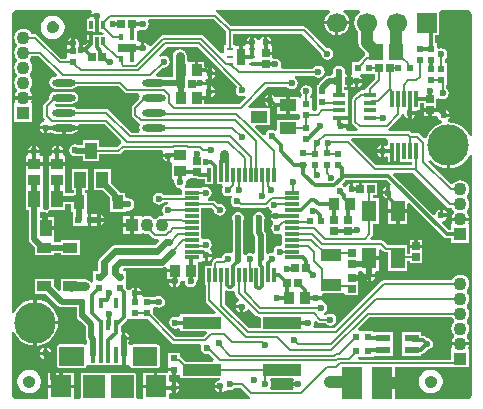
<source format=gbr>
%TF.GenerationSoftware,Altium Limited,Altium Designer,20.1.14 (287)*%
G04 Layer_Physical_Order=1*
G04 Layer_Color=255*
%FSLAX45Y45*%
%MOMM*%
%TF.SameCoordinates,D919A4BC-3EF6-4BA5-801F-EB9C9E4D33F9*%
%TF.FilePolarity,Positive*%
%TF.FileFunction,Copper,L1,Top,Signal*%
%TF.Part,Single*%
G01*
G75*
%TA.AperFunction,Conductor*%
%ADD10C,0.20000*%
%TA.AperFunction,SMDPad,CuDef*%
%ADD11R,0.90000X1.00000*%
%ADD12R,0.60000X0.55000*%
%ADD13R,0.30000X1.20000*%
%ADD14R,1.20000X0.30000*%
%ADD15O,2.00000X0.60000*%
%ADD16R,3.20000X1.00000*%
%ADD17R,0.64000X0.64000*%
%ADD18R,0.35000X0.75000*%
%ADD19R,1.60000X0.70000*%
%ADD20R,0.35000X0.55000*%
%ADD21R,0.64000X0.64000*%
%ADD22R,0.50000X0.25000*%
%ADD23R,0.65000X1.35000*%
%ADD24R,1.05000X0.45000*%
%ADD25R,0.55000X0.60000*%
%ADD26R,1.15000X1.40000*%
%ADD27R,0.30000X1.45000*%
%ADD28R,1.40000X1.00000*%
%ADD29R,1.80000X2.70000*%
%ADD30R,1.20000X1.80000*%
%ADD31R,0.91000X1.22000*%
%TA.AperFunction,ConnectorPad*%
%ADD32R,0.40000X1.35000*%
%ADD33R,1.80000X1.90000*%
%TA.AperFunction,SMDPad,CuDef*%
%ADD34R,0.40000X0.85000*%
%ADD35R,1.20000X0.60000*%
%ADD36R,1.22000X0.91000*%
%ADD37R,1.00000X1.40000*%
%ADD38R,1.00000X0.90000*%
%ADD39R,1.80000X1.00000*%
%TA.AperFunction,Conductor*%
%ADD40C,0.30000*%
%ADD41C,0.50000*%
%ADD42C,0.60000*%
%ADD43C,0.75000*%
%ADD44C,1.00000*%
%TA.AperFunction,ComponentPad*%
%ADD45C,3.50000*%
%ADD46R,1.10000X1.10000*%
%ADD47C,1.10000*%
%ADD48C,1.70000*%
%ADD49R,1.70000X1.70000*%
%ADD50R,1.10000X1.10000*%
%TA.AperFunction,ViaPad*%
%ADD51C,0.60000*%
G36*
X1867598Y3164145D02*
Y3050126D01*
X1853186D01*
Y3005126D01*
X1853185Y2985127D01*
D01*
Y2985126D01*
X1849495Y2981137D01*
X1823479Y2979781D01*
X1676632Y3126629D01*
X1666708Y3133259D01*
X1655003Y3135588D01*
X1655002Y3135588D01*
X1334927D01*
X1334926Y3135588D01*
X1323221Y3133259D01*
X1313297Y3126629D01*
X1228388Y3041720D01*
X1206550Y3048166D01*
X1197943Y3061048D01*
X1181404Y3072099D01*
X1176895Y3072996D01*
Y3025000D01*
X1146895D01*
Y3072996D01*
X1145000Y3072619D01*
X1142319Y3073529D01*
X1125000Y3080000D01*
D01*
X1112500Y3094823D01*
Y3165000D01*
X1123000Y3173000D01*
X1142300Y3177879D01*
X1143000Y3177779D01*
X1161895Y3174021D01*
X1181404Y3177901D01*
X1197943Y3188952D01*
X1208994Y3205491D01*
X1212875Y3225000D01*
X1208994Y3244509D01*
X1206242Y3248628D01*
X1216932Y3268628D01*
X1763114D01*
X1867598Y3164145D01*
D02*
G37*
G36*
X725922Y3349022D02*
X726577Y3348330D01*
X734781Y3329022D01*
X727901Y3318725D01*
X727004Y3314216D01*
X775000D01*
Y3284216D01*
X719200D01*
X710493Y3272500D01*
X692500D01*
Y3167500D01*
X737500D01*
Y3162500D01*
X760000D01*
Y3220000D01*
X790000D01*
Y3162500D01*
X812500D01*
X828617Y3153126D01*
X830765Y3150978D01*
X823111Y3132500D01*
X762500D01*
Y3137500D01*
X740000D01*
Y3083472D01*
X739309Y3080000D01*
X725000D01*
Y3065000D01*
X687500D01*
Y3058720D01*
X667500Y3048312D01*
X659509Y3053651D01*
X655000Y3054548D01*
Y3006552D01*
X625000D01*
Y3063407D01*
X620979Y3065000D01*
X617099Y3084509D01*
X606048Y3101048D01*
X589509Y3112099D01*
X585000Y3112996D01*
Y3065000D01*
X570000D01*
Y3050000D01*
X519769D01*
X520000Y3045000D01*
X519999Y3044999D01*
X520000Y3044999D01*
Y3012500D01*
X570000D01*
Y2982500D01*
X520000D01*
Y2950000D01*
X512546Y2933088D01*
X470170D01*
X269928Y3133330D01*
X260005Y3139960D01*
X248299Y3142289D01*
X248298Y3142288D01*
X218509D01*
X215512Y3149524D01*
X203491Y3165191D01*
X187824Y3177213D01*
X169579Y3184770D01*
X150000Y3187348D01*
X130421Y3184770D01*
X112176Y3177213D01*
X96509Y3165191D01*
X84488Y3149524D01*
X76931Y3131279D01*
X74353Y3111701D01*
X76931Y3092122D01*
X84488Y3073877D01*
X96509Y3058210D01*
X96522Y3058201D01*
Y3038201D01*
X96509Y3038191D01*
X84488Y3022524D01*
X76931Y3004279D01*
X74353Y2984701D01*
X76931Y2965122D01*
X84488Y2946877D01*
X96509Y2931210D01*
X96522Y2931201D01*
Y2911201D01*
X96509Y2911191D01*
X84488Y2895524D01*
X76931Y2877279D01*
X74353Y2857701D01*
X76931Y2838122D01*
X84488Y2819877D01*
X96509Y2804210D01*
X96522Y2804201D01*
Y2784201D01*
X96509Y2784191D01*
X84488Y2768524D01*
X76931Y2750279D01*
X74353Y2730701D01*
X76931Y2711122D01*
X84488Y2692877D01*
X96509Y2677210D01*
X96522Y2677201D01*
Y2657201D01*
X96509Y2657191D01*
X84488Y2641524D01*
X76931Y2623279D01*
X76328Y2618701D01*
X150000D01*
X223672D01*
X223069Y2623279D01*
X215512Y2641524D01*
X203491Y2657191D01*
X203478Y2657201D01*
Y2677201D01*
X203491Y2677210D01*
X215512Y2692877D01*
X223069Y2711122D01*
X225647Y2730701D01*
X223069Y2750279D01*
X215512Y2768524D01*
X203491Y2784191D01*
X203478Y2784201D01*
Y2804201D01*
X203491Y2804210D01*
X215512Y2819877D01*
X223069Y2838122D01*
X225647Y2857701D01*
X223069Y2877279D01*
X215512Y2895524D01*
X203491Y2911191D01*
X203478Y2911201D01*
Y2931201D01*
X203491Y2931210D01*
X215512Y2946877D01*
X218509Y2954113D01*
X282629D01*
X436585Y2800158D01*
X428931Y2781680D01*
X423108D01*
X403599Y2777800D01*
X387060Y2766749D01*
X376009Y2750210D01*
X372129Y2730701D01*
X376009Y2711192D01*
X387060Y2694653D01*
X403599Y2683602D01*
X423108Y2679721D01*
X563108D01*
X582617Y2683602D01*
X599156Y2694653D01*
X602805Y2700113D01*
X956629D01*
X1007670Y2649073D01*
X1007670Y2649072D01*
X1017594Y2642442D01*
X1029299Y2640113D01*
X1029300Y2640113D01*
X1123250D01*
X1130888Y2629994D01*
X1135393Y2620113D01*
X1132129Y2603701D01*
X1133410Y2597260D01*
X1078371Y2542222D01*
X1071741Y2532298D01*
X1069412Y2520593D01*
X1069412Y2520592D01*
Y2461717D01*
X1069412Y2461716D01*
X1071741Y2450010D01*
X1078371Y2440087D01*
X1122232Y2396227D01*
X1122232Y2396226D01*
X1127607Y2392634D01*
X1134825Y2375476D01*
X1136009Y2369209D01*
X1132129Y2349700D01*
X1136009Y2330191D01*
X1137087Y2328578D01*
X1126397Y2308578D01*
X1064521D01*
X874769Y2498330D01*
X864846Y2504960D01*
X853141Y2507289D01*
X853139Y2507288D01*
X602805D01*
X599156Y2512749D01*
X582617Y2523800D01*
X563108Y2527680D01*
X432543D01*
X421288Y2542695D01*
X420768Y2546986D01*
X426217Y2552721D01*
X563108D01*
X582617Y2556602D01*
X599156Y2567653D01*
X610207Y2584192D01*
X614088Y2603701D01*
X610207Y2623210D01*
X599156Y2639749D01*
X582617Y2650800D01*
X563108Y2654680D01*
X423108D01*
X403599Y2650800D01*
X387060Y2639749D01*
X376009Y2623210D01*
X372129Y2603701D01*
X373410Y2597260D01*
X328371Y2552221D01*
X321741Y2542298D01*
X319412Y2530593D01*
X319412Y2530591D01*
Y2450001D01*
X319412Y2450000D01*
X321741Y2438295D01*
X328371Y2428371D01*
X336159Y2420583D01*
X329556Y2398902D01*
X320491Y2397099D01*
X303952Y2386048D01*
X292901Y2369509D01*
X292004Y2365000D01*
X340000D01*
Y2350000D01*
X355000D01*
Y2302004D01*
X359509Y2302901D01*
X366893Y2307835D01*
X381825Y2312142D01*
X395938Y2307721D01*
X403599Y2302601D01*
X423108Y2298721D01*
X478108D01*
Y2349700D01*
X493108D01*
Y2364700D01*
X616015D01*
X625813Y2379113D01*
X840130D01*
X979632Y2239610D01*
X979483Y2233127D01*
X974768Y2216190D01*
X969237Y2212494D01*
X969236Y2212493D01*
X942330Y2185588D01*
X795000D01*
Y2245000D01*
X655000D01*
Y2200882D01*
X617573D01*
X612009Y2204599D01*
X592500Y2208480D01*
X572991Y2204599D01*
X556452Y2193548D01*
X545401Y2177009D01*
X541521Y2157500D01*
X545401Y2137991D01*
X556452Y2121452D01*
X572991Y2110401D01*
X592500Y2106521D01*
X605561Y2109118D01*
X655000D01*
Y2065000D01*
X795000D01*
Y2124412D01*
X954999D01*
X955000Y2124412D01*
X966705Y2126741D01*
X976629Y2133371D01*
X1003535Y2160278D01*
X1326868D01*
X1337558Y2140278D01*
X1332901Y2133308D01*
X1332004Y2128799D01*
X1380000D01*
Y2113799D01*
X1395000D01*
Y2061471D01*
X1409999Y2051300D01*
Y2046299D01*
X1410000D01*
Y1916300D01*
X1415216D01*
X1430273Y1896300D01*
X1429020Y1890000D01*
X1432901Y1870491D01*
X1443952Y1853952D01*
X1460491Y1842901D01*
X1476431Y1839730D01*
X1480000Y1839020D01*
X1495000Y1821612D01*
Y1781225D01*
X1339271D01*
X1336048Y1786048D01*
X1319509Y1797099D01*
X1300000Y1800980D01*
X1280491Y1797099D01*
X1263952Y1786048D01*
X1252901Y1769509D01*
X1249020Y1750000D01*
X1252901Y1730491D01*
X1263952Y1713952D01*
X1280491Y1702901D01*
X1300000Y1699020D01*
X1319509Y1702901D01*
X1336048Y1713952D01*
X1340122Y1720049D01*
X1373354D01*
X1375324Y1700049D01*
X1360491Y1697099D01*
X1343952Y1686048D01*
X1332901Y1669509D01*
X1329020Y1650000D01*
X1332901Y1630491D01*
X1339446Y1620696D01*
X1339518Y1620245D01*
X1329115Y1601643D01*
X1327000Y1601921D01*
X1307421Y1599344D01*
X1289176Y1591787D01*
X1273509Y1579765D01*
X1273500Y1579753D01*
X1253500D01*
X1253491Y1579765D01*
X1237824Y1591787D01*
X1219579Y1599344D01*
X1200000Y1601921D01*
X1180421Y1599344D01*
X1168000Y1594199D01*
X1147999Y1601274D01*
Y1601274D01*
X1088000D01*
Y1526274D01*
Y1451274D01*
X1147999D01*
Y1451274D01*
X1168000Y1458350D01*
X1180421Y1453205D01*
X1200000Y1450627D01*
X1212401Y1452260D01*
X1245016Y1419645D01*
X1254939Y1413015D01*
X1266645Y1410686D01*
X1266646Y1410687D01*
X1293446D01*
X1301100Y1392209D01*
X1264649Y1355758D01*
X930147D01*
X910638Y1351877D01*
X894099Y1340826D01*
X798952Y1245679D01*
X787901Y1229140D01*
X784020Y1209631D01*
Y1143763D01*
X775940Y1135683D01*
X772506Y1135000D01*
X740000D01*
Y1092425D01*
X739020Y1087500D01*
X740000Y1082575D01*
Y1044734D01*
X727465Y1039165D01*
X720000Y1038667D01*
X711455Y1051455D01*
X692435Y1064164D01*
X670000Y1068627D01*
X631000D01*
Y1072895D01*
X469000D01*
Y974913D01*
X450522Y967259D01*
X411000Y1006782D01*
Y1072895D01*
X249000D01*
Y941895D01*
X346114D01*
X445452Y842557D01*
X460337Y832611D01*
X477895Y829118D01*
X604118D01*
Y755000D01*
X607611Y737442D01*
X617557Y722557D01*
X632442Y712611D01*
X634476Y712206D01*
X679119Y667564D01*
Y575000D01*
X682611Y557442D01*
X692557Y542557D01*
X694244Y540869D01*
X693709Y520462D01*
X692825Y519717D01*
X675318Y512961D01*
X674003Y513840D01*
X666200Y515392D01*
X456200D01*
X448396Y513840D01*
X441781Y509419D01*
X437360Y502804D01*
X435808Y495000D01*
Y335000D01*
X437360Y327196D01*
X441781Y320581D01*
X448396Y316160D01*
X456200Y314608D01*
X666200D01*
X674003Y316160D01*
X680619Y320581D01*
X685040Y327196D01*
X685515Y329584D01*
X698838Y338431D01*
X704436Y340000D01*
X706592Y340000D01*
X986200D01*
Y427500D01*
X1016200D01*
Y340000D01*
X1037964D01*
X1043562Y338431D01*
X1056885Y329584D01*
X1057360Y327196D01*
X1061781Y320581D01*
X1068396Y316160D01*
X1076200Y314608D01*
X1286200D01*
X1294004Y316160D01*
X1300619Y320581D01*
X1305040Y327196D01*
X1306592Y335000D01*
Y495000D01*
X1305040Y502804D01*
X1300619Y509419D01*
X1294004Y513840D01*
X1286200Y515392D01*
X1076200D01*
X1068396Y513840D01*
X1061781Y509419D01*
X1061200Y508550D01*
X1059714Y509001D01*
X1041200Y515000D01*
X1039287Y535000D01*
X1047099Y546691D01*
X1047996Y551200D01*
X1000000D01*
Y566200D01*
X985000D01*
Y623718D01*
X975000Y631853D01*
Y669532D01*
X1026434Y720966D01*
X1030945Y727718D01*
X1050000Y730000D01*
X1054055Y730000D01*
X1130000D01*
X1149999Y730000D01*
Y730000D01*
X1150000D01*
Y730000D01*
X1206742D01*
X1408370Y528372D01*
X1408371Y528371D01*
X1418294Y521741D01*
X1430000Y519412D01*
X1647145D01*
X1657886Y499412D01*
X1654804Y483915D01*
X1658685Y464406D01*
X1669736Y447867D01*
X1686275Y436816D01*
X1705783Y432936D01*
X1718081Y435382D01*
X1764986Y388478D01*
X1757332Y370000D01*
X1523258D01*
X1486628Y406629D01*
X1476705Y413259D01*
X1475000Y413598D01*
Y445000D01*
X1375000D01*
Y370000D01*
X1375000Y350001D01*
X1375000D01*
Y349999D01*
X1375000D01*
Y317499D01*
X1425000D01*
Y302500D01*
X1440000D01*
Y255000D01*
X1475000D01*
X1480000Y237071D01*
Y230000D01*
X1813105D01*
X1815075Y210000D01*
X1800491Y207099D01*
X1783952Y196048D01*
X1772901Y179509D01*
X1772004Y175000D01*
X1820000D01*
Y160000D01*
X1835000D01*
Y112004D01*
X1839509Y112901D01*
X1856048Y123952D01*
X1856615Y124801D01*
X1880491Y132901D01*
X1900000Y129020D01*
X1919509Y132901D01*
X1936048Y143952D01*
X1939696Y149412D01*
X1987742D01*
X2058783Y78372D01*
X2058783Y78371D01*
X2068707Y71741D01*
X2072539Y70978D01*
X2070569Y50978D01*
X1381200D01*
Y95078D01*
X1401200Y105768D01*
X1405491Y102901D01*
X1410000Y102004D01*
Y150000D01*
Y197996D01*
X1405491Y197099D01*
X1401200Y194232D01*
X1381200Y204922D01*
Y255000D01*
X1410000D01*
Y287500D01*
X1375000D01*
Y275000D01*
X1286200D01*
Y160000D01*
X1271200D01*
Y145000D01*
X1161200D01*
Y50978D01*
X1123108D01*
X1106592Y65000D01*
Y255000D01*
X1105040Y262804D01*
X1100619Y269419D01*
X1094004Y273840D01*
X1086200Y275392D01*
X896200D01*
X888396Y273840D01*
X882514Y269910D01*
X881309Y269419D01*
X861091D01*
X859886Y269910D01*
X854004Y273840D01*
X846200Y275392D01*
X656200D01*
X648396Y273840D01*
X641781Y269419D01*
X637360Y262804D01*
X635808Y255000D01*
Y65000D01*
X619292Y50978D01*
X581200D01*
Y145000D01*
X361200D01*
Y50978D01*
X95172D01*
X85701Y52862D01*
X76780Y56557D01*
X68750Y61923D01*
X61923Y68750D01*
X56557Y76780D01*
X52862Y85701D01*
X50978Y95172D01*
Y617815D01*
X55627Y619675D01*
X70978Y621262D01*
X87079Y591140D01*
X111447Y561447D01*
X141140Y537079D01*
X175016Y518972D01*
X211773Y507822D01*
X235000Y505534D01*
Y700000D01*
Y894466D01*
X211773Y892179D01*
X175016Y881028D01*
X141140Y862921D01*
X111447Y838553D01*
X87079Y808860D01*
X70978Y778738D01*
X55627Y780325D01*
X50978Y782186D01*
Y3300000D01*
Y3304828D01*
X52862Y3314298D01*
X56557Y3323220D01*
X61923Y3331250D01*
X68750Y3338077D01*
X76780Y3343442D01*
X85702Y3347138D01*
X95172Y3349022D01*
X100001D01*
X725922D01*
D02*
G37*
G36*
X2743164Y3349021D02*
X2747679Y3339243D01*
X2748652Y3329022D01*
X2729484Y3314313D01*
X2712654Y3292379D01*
X2702074Y3266837D01*
X2700440Y3254427D01*
X2804371D01*
X2908302D01*
X2906668Y3266837D01*
X2896088Y3292379D01*
X2879258Y3314313D01*
X2860090Y3329022D01*
X2861063Y3339244D01*
X2865577Y3349021D01*
X2997164D01*
X3001679Y3339244D01*
X3002652Y3329022D01*
X2983484Y3314313D01*
X2966654Y3292379D01*
X2956074Y3266837D01*
X2952465Y3239427D01*
X2956074Y3212016D01*
X2966654Y3186474D01*
X2983484Y3164540D01*
X2987767Y3161253D01*
Y3070627D01*
X2990173Y3052353D01*
X2997226Y3035325D01*
X3008446Y3020702D01*
X3045774Y2983375D01*
X3046604Y2980392D01*
X3046707Y2975789D01*
X3042140Y2958724D01*
X3041066Y2958006D01*
X3041065Y2958005D01*
X2985687Y2902627D01*
X2936371D01*
X2936371Y2802627D01*
X2924571Y2797552D01*
Y2743327D01*
Y2691327D01*
X2957370D01*
Y2743326D01*
X2972370D01*
Y2758326D01*
X3020366D01*
X3019469Y2762835D01*
X3008418Y2779374D01*
X3003551Y2782627D01*
X3009618Y2802627D01*
X3031370Y2802627D01*
Y2802626D01*
X3031371D01*
Y2802627D01*
X3107746D01*
Y2800627D01*
X3129158D01*
Y2764970D01*
X3062242Y2698055D01*
X3055612Y2688131D01*
X3053283Y2676426D01*
X3035269Y2670126D01*
X3011371D01*
Y2658214D01*
X3006371D01*
X2994665Y2655886D01*
X2984742Y2649255D01*
X2939742Y2604255D01*
X2933111Y2594332D01*
X2930783Y2582627D01*
X2930783Y2582625D01*
Y2402424D01*
X2930783Y2402423D01*
X2933111Y2390717D01*
X2939742Y2380794D01*
X2976253Y2344283D01*
X2976254Y2344282D01*
X2982202Y2340307D01*
X2977250Y2320588D01*
X2891784D01*
X2881094Y2340588D01*
X2883820Y2344668D01*
X2884717Y2349177D01*
X2836721D01*
Y2379177D01*
X2890976D01*
X2896371Y2390127D01*
X2896371D01*
Y2417626D01*
X2823870D01*
Y2447626D01*
X2896371D01*
Y2455127D01*
Y2520127D01*
Y2585127D01*
Y2670126D01*
X2869752D01*
Y2691327D01*
X2894571D01*
Y2743327D01*
Y2795326D01*
X2887287D01*
X2884948Y2796740D01*
X2872426Y2815327D01*
X2874350Y2825000D01*
X2870469Y2844509D01*
X2859418Y2861048D01*
X2842879Y2872099D01*
X2823370Y2875980D01*
X2803861Y2872099D01*
X2787322Y2861048D01*
X2776271Y2844509D01*
X2772391Y2825000D01*
X2774315Y2815327D01*
X2765571Y2795326D01*
X2748104Y2789208D01*
X2738370D01*
X2720812Y2785716D01*
X2705927Y2775770D01*
X2651128Y2720970D01*
X2642679Y2708326D01*
X2633571D01*
Y2633326D01*
X2633571Y2613327D01*
X2633570D01*
Y2613326D01*
X2633571D01*
Y2518327D01*
X2633571D01*
X2638416Y2506629D01*
X2625495Y2490240D01*
X2605024D01*
X2597571Y2507152D01*
X2597570Y2527152D01*
Y2602152D01*
X2581686D01*
X2580945Y2622152D01*
X2583639Y2623952D01*
X2594691Y2640491D01*
X2598571Y2660000D01*
X2594691Y2679509D01*
X2583639Y2696048D01*
X2567101Y2707099D01*
X2547592Y2710980D01*
X2528083Y2707099D01*
X2511544Y2696048D01*
X2500493Y2679509D01*
X2496612Y2660000D01*
X2500493Y2640491D01*
X2507010Y2630737D01*
X2503272Y2610529D01*
X2501044Y2606914D01*
X2493640Y2603834D01*
X2480685Y2609027D01*
X2480418Y2609026D01*
X2405685D01*
Y2539027D01*
Y2469027D01*
X2477570D01*
X2480685Y2469026D01*
X2497571Y2461507D01*
Y2426546D01*
X2480685Y2419027D01*
X2480418Y2419026D01*
X2300686D01*
Y2332895D01*
X2280686Y2323262D01*
X2271760Y2329225D01*
X2252251Y2333106D01*
X2232742Y2329225D01*
X2216203Y2318174D01*
X2205152Y2301635D01*
X2203332Y2292489D01*
X2181692Y2285845D01*
X2111988Y2355549D01*
X2119641Y2374027D01*
X2235685D01*
Y2514026D01*
X2060569D01*
X2049879Y2531621D01*
X2212670Y2694412D01*
X2385304D01*
X2388952Y2688952D01*
X2405491Y2677901D01*
X2425000Y2674020D01*
X2444509Y2677901D01*
X2461048Y2688952D01*
X2472099Y2705491D01*
X2475980Y2725000D01*
X2472099Y2744509D01*
X2461048Y2761048D01*
X2447592Y2770039D01*
X2448555Y2783424D01*
X2450919Y2790039D01*
X2613226D01*
X2613952Y2788952D01*
X2630491Y2777901D01*
X2650000Y2774020D01*
X2669509Y2777901D01*
X2686048Y2788952D01*
X2697099Y2805491D01*
X2700980Y2825000D01*
X2697099Y2844509D01*
X2686048Y2861048D01*
X2669509Y2872099D01*
X2650000Y2875980D01*
X2630491Y2872099D01*
X2613952Y2861048D01*
X2607381Y2851214D01*
X2341881D01*
X2331099Y2871214D01*
X2334165Y2886626D01*
X2330284Y2906135D01*
X2319233Y2922674D01*
X2302694Y2933725D01*
X2283185Y2937606D01*
X2275185Y2936015D01*
X2255185Y2950275D01*
Y2963627D01*
X2203185D01*
Y2993626D01*
X2255185D01*
Y3030626D01*
X2255185D01*
X2248620Y3050626D01*
X2250284Y3053118D01*
X2251181Y3057627D01*
X2203185D01*
Y3072627D01*
X2188185D01*
Y3120622D01*
X2183676Y3119726D01*
X2167137Y3108675D01*
X2156086Y3092136D01*
X2155881Y3091104D01*
X2135490D01*
X2135284Y3092136D01*
X2124233Y3108675D01*
X2107694Y3119726D01*
X2103185Y3120622D01*
Y3072627D01*
X2088185D01*
Y3057627D01*
X2038174D01*
X2029475Y3043306D01*
X2025713Y3040127D01*
X2008185D01*
Y2952627D01*
X1978186D01*
Y3040127D01*
X1943185D01*
Y3050126D01*
X1928773D01*
Y3146227D01*
X2510515D01*
X2675301Y2981441D01*
X2674020Y2975000D01*
X2677901Y2955491D01*
X2688952Y2938952D01*
X2705491Y2927901D01*
X2725000Y2924020D01*
X2744509Y2927901D01*
X2761048Y2938952D01*
X2772099Y2955491D01*
X2775979Y2975000D01*
X2772099Y2994509D01*
X2761048Y3011048D01*
X2744509Y3022099D01*
X2725000Y3025979D01*
X2718559Y3024698D01*
X2544814Y3198443D01*
X2534891Y3205074D01*
X2523185Y3207403D01*
X2523184Y3207402D01*
X1910855D01*
X1797413Y3320845D01*
X1787489Y3327475D01*
X1779716Y3329022D01*
X1781686Y3349022D01*
X2743164Y3349021D01*
D02*
G37*
G36*
X1961887Y2698290D02*
X1952901Y2684842D01*
X1949020Y2665333D01*
X1952901Y2645824D01*
X1963952Y2629285D01*
X1980491Y2618234D01*
X2000000Y2614354D01*
X2019509Y2618234D01*
X2026089Y2622631D01*
X2038838Y2607096D01*
X1982330Y2550587D01*
X1682500D01*
Y2599209D01*
X1702500Y2609900D01*
X1705491Y2607901D01*
X1710000Y2607004D01*
Y2655000D01*
Y2710000D01*
X1650000D01*
Y2740000D01*
X1697996D01*
X1697099Y2744509D01*
X1693131Y2750446D01*
X1707551Y2764866D01*
X1710491Y2762901D01*
X1715000Y2762004D01*
Y2810000D01*
Y2857996D01*
X1710491Y2857099D01*
X1702500Y2851759D01*
X1682500Y2862167D01*
Y2910000D01*
X1632500D01*
Y2840000D01*
X1602500D01*
Y2910000D01*
X1552500D01*
X1552500Y2910000D01*
X1533627Y2912720D01*
Y2955126D01*
X1529164Y2977562D01*
X1516455Y2996582D01*
X1497435Y3009290D01*
X1475000Y3013753D01*
X1452565Y3009290D01*
X1433545Y2996582D01*
X1420836Y2977562D01*
X1416374Y2955126D01*
Y2856850D01*
X1414673Y2848299D01*
Y2776582D01*
X1344439D01*
X1342617Y2777800D01*
X1323108Y2781680D01*
X1281069D01*
X1273416Y2800158D01*
X1333559Y2860302D01*
X1340000Y2859020D01*
X1359509Y2862901D01*
X1376048Y2873952D01*
X1387099Y2890491D01*
X1390980Y2910000D01*
X1387099Y2929509D01*
X1376048Y2946048D01*
X1359509Y2957099D01*
X1340000Y2960980D01*
X1320491Y2957099D01*
X1308207Y2948891D01*
X1295458Y2964426D01*
X1365444Y3034412D01*
X1625764D01*
X1961887Y2698290D01*
D02*
G37*
G36*
X3904829Y3349021D02*
X3914297Y3347138D01*
X3923220Y3343442D01*
X3931250Y3338077D01*
X3938077Y3331250D01*
X3943442Y3323220D01*
X3947138Y3314298D01*
X3949022Y3304828D01*
Y3300000D01*
Y2282186D01*
X3944375Y2280326D01*
X3929022Y2278738D01*
X3912921Y2308860D01*
X3888553Y2338553D01*
X3858860Y2362921D01*
X3824984Y2381028D01*
X3788227Y2392178D01*
X3750000Y2395943D01*
X3743225Y2415373D01*
X3747960Y2418537D01*
X3759011Y2435076D01*
X3759908Y2439585D01*
X3711912D01*
Y2454585D01*
X3696912D01*
Y2502581D01*
X3692403Y2501684D01*
X3675864Y2490633D01*
X3668173Y2479122D01*
X3651228Y2484228D01*
X3611173D01*
Y2447228D01*
X3642004D01*
X3648173Y2447228D01*
X3664270Y2437806D01*
X3664813Y2435076D01*
X3675864Y2418537D01*
X3692403Y2407486D01*
X3692968Y2407374D01*
X3693979Y2386781D01*
X3675016Y2381028D01*
X3641140Y2362921D01*
X3611447Y2338553D01*
X3587079Y2308860D01*
X3568972Y2274984D01*
X3566276Y2266097D01*
X3543657Y2260432D01*
X3507434Y2296656D01*
X3497510Y2303286D01*
X3485805Y2305615D01*
X3485804Y2305614D01*
X3436541D01*
X3430526Y2311629D01*
X3420603Y2318259D01*
X3408897Y2320588D01*
X3408896Y2320588D01*
X3246544D01*
X3242011Y2340588D01*
X3247540Y2344282D01*
X3345499Y2442241D01*
X3345500Y2442242D01*
X3352130Y2452166D01*
X3354459Y2463871D01*
X3373960Y2467197D01*
X3374459Y2467246D01*
X3376772Y2455617D01*
X3387823Y2439078D01*
X3404362Y2428027D01*
X3408871Y2427131D01*
Y2475126D01*
X3423871D01*
Y2490126D01*
X3478904D01*
X3487920Y2502527D01*
X3508871D01*
Y2555542D01*
X3544173D01*
Y2514228D01*
X3596173D01*
X3648173D01*
Y2592272D01*
X3653275Y2596049D01*
X3668173Y2601132D01*
X3680491Y2592901D01*
X3700000Y2589020D01*
X3719509Y2592901D01*
X3736048Y2603952D01*
X3747099Y2620491D01*
X3750980Y2640000D01*
X3747099Y2659509D01*
X3736048Y2676048D01*
X3730588Y2679696D01*
Y2707627D01*
X3741371D01*
Y2782627D01*
X3741371Y2802626D01*
X3741371D01*
Y2802627D01*
X3741371D01*
Y2897626D01*
X3720588D01*
Y2930304D01*
X3726048Y2933952D01*
X3737099Y2950491D01*
X3740980Y2970000D01*
X3737099Y2989509D01*
X3726048Y3006048D01*
X3709509Y3017099D01*
X3690000Y3020979D01*
X3671371Y3017274D01*
X3670334Y3017192D01*
X3651371Y3028377D01*
Y3067626D01*
X3637056D01*
Y3134427D01*
X3671371D01*
Y3329022D01*
X3689467Y3349021D01*
X3904829D01*
D02*
G37*
G36*
X3238871Y2247526D02*
Y2207185D01*
X3218871Y2196494D01*
X3213380Y2200163D01*
X3208871Y2201060D01*
Y2153065D01*
Y2105069D01*
X3213380Y2105966D01*
X3218871Y2109635D01*
X3238871Y2098944D01*
Y2062526D01*
X3258871D01*
Y2155026D01*
X3288871D01*
Y2062526D01*
X3308871D01*
Y2155026D01*
X3338866D01*
Y2062526D01*
X3444412D01*
Y2030588D01*
X3137670D01*
X2928846Y2239412D01*
X2937130Y2259412D01*
X3223794D01*
X3238871Y2247526D01*
D02*
G37*
G36*
X3765000Y2005534D02*
X3788227Y2007821D01*
X3824984Y2018972D01*
X3858860Y2037079D01*
X3888553Y2061447D01*
X3912921Y2091140D01*
X3929022Y2121262D01*
X3944375Y2119674D01*
X3949022Y2117814D01*
X3949022Y100000D01*
Y95171D01*
X3947138Y85702D01*
X3943442Y76780D01*
X3938077Y68750D01*
X3931250Y61923D01*
X3923220Y56557D01*
X3914299Y52862D01*
X3904828Y50978D01*
X3297000D01*
Y175000D01*
X3187000D01*
Y205000D01*
X3297000D01*
Y324412D01*
X3775000D01*
Y321000D01*
X3925000D01*
Y471000D01*
X3925000D01*
X3917924Y491000D01*
X3923069Y503421D01*
X3923672Y508001D01*
X3850000D01*
X3776327D01*
X3776930Y503421D01*
X3782075Y491000D01*
X3775000Y471000D01*
X3775000D01*
Y385587D01*
X2992711D01*
X2982020Y405587D01*
X2982813Y406775D01*
X3019240Y406774D01*
X3039240Y406775D01*
X3114240D01*
X3119426Y419400D01*
X3279425D01*
Y499400D01*
X3279425Y519400D01*
X3279425Y539400D01*
Y619400D01*
X3119426D01*
X3114240Y631800D01*
X3039240D01*
X3019240Y631800D01*
X2991203Y631800D01*
X2983549Y650277D01*
X3079684Y746412D01*
X3781491D01*
X3784488Y739177D01*
X3794003Y726776D01*
X3796521Y713900D01*
Y713100D01*
X3794003Y700224D01*
X3784488Y687823D01*
X3776930Y669579D01*
X3774353Y650000D01*
X3776930Y630421D01*
X3784488Y612177D01*
X3794003Y599776D01*
X3796521Y586900D01*
Y586100D01*
X3794003Y573224D01*
X3784488Y560823D01*
X3776930Y542579D01*
X3776328Y538000D01*
X3850000D01*
X3923672D01*
X3923069Y542579D01*
X3915512Y560823D01*
X3905997Y573224D01*
X3903478Y586100D01*
Y586900D01*
X3905997Y599776D01*
X3915512Y612177D01*
X3923069Y630421D01*
X3925647Y650000D01*
X3923069Y669579D01*
X3915512Y687823D01*
X3905997Y700224D01*
X3903478Y713100D01*
Y713900D01*
X3905997Y726776D01*
X3915512Y739177D01*
X3923069Y757421D01*
X3925647Y777000D01*
X3923069Y796579D01*
X3915512Y814823D01*
X3905997Y827224D01*
X3903478Y840100D01*
Y840900D01*
X3905997Y853776D01*
X3915512Y866177D01*
X3923069Y884421D01*
X3925647Y904000D01*
X3923069Y923579D01*
X3915512Y941823D01*
X3905997Y954224D01*
X3903478Y967100D01*
Y967900D01*
X3905997Y980776D01*
X3915512Y993177D01*
X3923069Y1011421D01*
X3925647Y1031000D01*
X3923069Y1050579D01*
X3915512Y1068823D01*
X3903491Y1084491D01*
X3887823Y1096512D01*
X3869579Y1104069D01*
X3850000Y1106647D01*
X3830421Y1104069D01*
X3812177Y1096512D01*
X3796509Y1084491D01*
X3784488Y1068823D01*
X3781491Y1061588D01*
X3207877D01*
X3196172Y1059259D01*
X3186248Y1052629D01*
X2784207Y650588D01*
X2611112D01*
X2611048Y650651D01*
X2602253Y670588D01*
X2608870Y680491D01*
X2612750Y700000D01*
X2611222Y707685D01*
X2629654Y717537D01*
X2643819Y703372D01*
X2643819Y703371D01*
X2653743Y696741D01*
X2665448Y694412D01*
X2665449Y694412D01*
X2710304D01*
X2713952Y688952D01*
X2730491Y677901D01*
X2750000Y674020D01*
X2769509Y677901D01*
X2786048Y688952D01*
X2797099Y705491D01*
X2800980Y725000D01*
X2797099Y744509D01*
X2786048Y761048D01*
X2769509Y772099D01*
X2750000Y775980D01*
X2730491Y772099D01*
X2713952Y761048D01*
X2713624Y760557D01*
X2694490Y761260D01*
X2694509Y777901D01*
X2711048Y788952D01*
X2722099Y805491D01*
X2725980Y825000D01*
X2722099Y844509D01*
X2711048Y861048D01*
X2694509Y872099D01*
X2689526Y873090D01*
X2677232Y890305D01*
X2677847Y894253D01*
X2677996Y895000D01*
X2630000D01*
Y925000D01*
X2677996D01*
X2677099Y929509D01*
X2675585Y931775D01*
X2686275Y951775D01*
X2870000D01*
X2881000Y936331D01*
Y932000D01*
X2985000D01*
Y1024000D01*
Y1061000D01*
X2933000D01*
Y1091000D01*
X2985000D01*
Y1127835D01*
X2999223Y1134314D01*
X3001893Y1135500D01*
X3021363D01*
X3032103Y1115500D01*
X3032004Y1115000D01*
X3127996D01*
X3127896Y1115500D01*
X3138637Y1135500D01*
X3161825D01*
Y1230500D01*
X3081825D01*
Y1260500D01*
X3161825D01*
Y1313933D01*
X3181825Y1322217D01*
X3200170Y1303872D01*
X3200171Y1303871D01*
X3210094Y1297241D01*
X3221800Y1294912D01*
X3241825D01*
Y1135500D01*
X3401825D01*
Y1223412D01*
X3421871D01*
Y1202000D01*
X3525871D01*
Y1294000D01*
Y1331000D01*
X3421871D01*
Y1284587D01*
X3401825D01*
Y1355500D01*
X3274782D01*
X3271825Y1356088D01*
X3271824Y1356088D01*
X3234469D01*
X3203428Y1387129D01*
X3193505Y1393759D01*
X3181800Y1396088D01*
X3181798Y1396088D01*
X3095477D01*
X3087823Y1414565D01*
X3103454Y1430196D01*
X3110084Y1440120D01*
X3112413Y1451825D01*
X3112413Y1451826D01*
Y1535500D01*
X3161825D01*
Y1755500D01*
X3112413D01*
Y1776825D01*
X3148000D01*
Y1880825D01*
X3019000D01*
Y1828825D01*
X2989000D01*
Y1880825D01*
X2952001D01*
X2952000Y1880825D01*
Y1880825D01*
X2945000Y1880740D01*
Y1830000D01*
X2915000D01*
Y1877996D01*
X2910491Y1877099D01*
X2893952Y1866048D01*
X2885341Y1853161D01*
X2874339Y1849104D01*
X2862315Y1848535D01*
X2854543Y1853728D01*
X2848638Y1876107D01*
X2875234Y1902703D01*
X2878022Y1906876D01*
X3226352D01*
X3262378Y1870851D01*
X3261696Y1866886D01*
X3255000Y1861977D01*
Y1800000D01*
X3240000D01*
Y1785000D01*
X3192004D01*
X3192901Y1780491D01*
X3203952Y1763952D01*
X3220491Y1752901D01*
X3240000Y1749020D01*
X3241825Y1747523D01*
Y1660500D01*
X3321825D01*
X3401825D01*
Y1705272D01*
X3420303Y1712926D01*
X3710637Y1422591D01*
X3722215Y1414856D01*
X3735871Y1412139D01*
X3775000D01*
Y1372825D01*
X3925000D01*
Y1522824D01*
X3925000D01*
X3917924Y1542825D01*
X3923069Y1555246D01*
X3923672Y1559825D01*
X3850000D01*
X3776328D01*
X3776930Y1555246D01*
X3782075Y1542825D01*
X3775000Y1522824D01*
X3775000D01*
Y1483511D01*
X3750652D01*
X3694616Y1539547D01*
X3701199Y1561248D01*
X3709509Y1562901D01*
X3726048Y1573952D01*
X3737099Y1590491D01*
X3737996Y1595000D01*
X3690000D01*
Y1610000D01*
X3675000D01*
Y1657996D01*
X3670491Y1657099D01*
X3653952Y1646048D01*
X3642901Y1629509D01*
X3641248Y1621199D01*
X3619547Y1614616D01*
X3284751Y1949412D01*
X3293035Y1969412D01*
X3450614D01*
X3739830Y1680197D01*
X3739830Y1680196D01*
X3749754Y1673566D01*
X3761459Y1671237D01*
X3761461Y1671237D01*
X3781491D01*
X3784488Y1664001D01*
X3796509Y1648334D01*
X3796521Y1648325D01*
Y1628325D01*
X3796509Y1628316D01*
X3784488Y1612648D01*
X3776930Y1594404D01*
X3776328Y1589825D01*
X3850000D01*
X3923672D01*
X3923069Y1594404D01*
X3915512Y1612648D01*
X3903491Y1628316D01*
X3903478Y1628325D01*
Y1648325D01*
X3903491Y1648334D01*
X3915512Y1664001D01*
X3923069Y1682246D01*
X3925647Y1701825D01*
X3923069Y1721404D01*
X3915512Y1739648D01*
X3903491Y1755316D01*
X3903478Y1755325D01*
Y1775325D01*
X3903491Y1775334D01*
X3915512Y1791001D01*
X3923069Y1809246D01*
X3925647Y1828825D01*
X3923069Y1848404D01*
X3915512Y1866648D01*
X3903491Y1882316D01*
X3887824Y1894337D01*
X3869579Y1901894D01*
X3850000Y1904472D01*
X3830421Y1901894D01*
X3812176Y1894337D01*
X3796509Y1882316D01*
X3793640Y1878576D01*
X3767878Y1876053D01*
X3576525Y2067406D01*
X3577530Y2071249D01*
X3599461Y2076052D01*
X3611447Y2061447D01*
X3641140Y2037079D01*
X3675016Y2018972D01*
X3711773Y2007821D01*
X3735000Y2005534D01*
Y2200000D01*
X3765000D01*
Y2005534D01*
D02*
G37*
G36*
X1789995Y1947827D02*
Y1871275D01*
X1832440D01*
X1832870Y1870829D01*
X1841300Y1851275D01*
X1834519Y1841127D01*
X1830638Y1821618D01*
X1834519Y1802109D01*
X1845570Y1785570D01*
X1862109Y1774519D01*
X1881618Y1770638D01*
X1901127Y1774519D01*
X1909727Y1780265D01*
X1921358Y1764413D01*
X1910307Y1747874D01*
X1906426Y1728365D01*
X1910307Y1708856D01*
X1921358Y1692317D01*
X1937897Y1681266D01*
X1957406Y1677385D01*
X1973988Y1680684D01*
X1979889Y1676741D01*
X1991594Y1674412D01*
X2202780D01*
X2202781Y1674412D01*
X2209497Y1675748D01*
X2230024Y1674996D01*
X2234902Y1667717D01*
X2241090Y1658456D01*
X2247176Y1654390D01*
X2254937Y1639354D01*
X2251555Y1629241D01*
X2245357Y1619965D01*
X2244460Y1615456D01*
X2292456D01*
Y1585456D01*
X2244460D01*
X2245357Y1580947D01*
X2256408Y1564408D01*
X2263402Y1559734D01*
X2264250Y1536247D01*
X2263952Y1536048D01*
X2252901Y1519509D01*
X2249020Y1500000D01*
X2252901Y1480491D01*
X2263952Y1463952D01*
X2280491Y1452901D01*
X2300000Y1449020D01*
X2319509Y1452901D01*
X2325000Y1456570D01*
X2345000Y1445880D01*
Y1365647D01*
X2325000Y1349982D01*
X2319995Y1350977D01*
X2300486Y1347096D01*
X2283947Y1336045D01*
X2272896Y1319506D01*
X2270659Y1308257D01*
X2255000Y1290980D01*
X2235491Y1287099D01*
X2225882Y1280678D01*
X2205882Y1289746D01*
Y1444670D01*
X2202389Y1462228D01*
X2192443Y1477113D01*
X2190882Y1478675D01*
Y1564944D01*
X2192099Y1566765D01*
X2195980Y1586274D01*
X2192099Y1605783D01*
X2181048Y1622322D01*
X2164509Y1633373D01*
X2145000Y1637254D01*
X2125491Y1633373D01*
X2108952Y1622322D01*
X2097901Y1605783D01*
X2094020Y1586274D01*
X2097901Y1566765D01*
X2099118Y1564944D01*
Y1459670D01*
X2102611Y1442112D01*
X2112557Y1427227D01*
X2114118Y1425665D01*
Y1294709D01*
X2094118Y1284019D01*
X2089509Y1287099D01*
X2070000Y1290980D01*
X2050491Y1287099D01*
X2033952Y1276048D01*
X2014111Y1282353D01*
Y1564944D01*
X2015328Y1566765D01*
X2019209Y1586274D01*
X2015328Y1605783D01*
X2004277Y1622322D01*
X1987738Y1633373D01*
X1968229Y1637254D01*
X1948721Y1633373D01*
X1932182Y1622322D01*
X1921131Y1605783D01*
X1917250Y1586274D01*
X1921131Y1566765D01*
X1922348Y1564944D01*
Y1295893D01*
X1902348Y1285202D01*
X1899509Y1287099D01*
X1880000Y1290980D01*
X1860491Y1287099D01*
X1843952Y1276048D01*
X1832901Y1259509D01*
X1829664Y1243233D01*
X1786717D01*
X1786716Y1243234D01*
X1775010Y1240905D01*
X1765087Y1234275D01*
X1765086Y1234274D01*
X1753371Y1222559D01*
X1746741Y1212635D01*
X1744412Y1200930D01*
X1744412Y1200929D01*
Y1181274D01*
X1690000D01*
Y1021275D01*
X1694412D01*
Y887930D01*
X1694412Y887929D01*
X1696741Y876224D01*
X1703371Y866300D01*
X1781194Y788477D01*
X1773540Y770000D01*
X1480000D01*
Y756459D01*
X1460000Y745769D01*
X1458009Y747099D01*
X1438500Y750979D01*
X1418991Y747099D01*
X1402452Y736048D01*
X1391401Y719509D01*
X1387520Y700000D01*
X1391401Y680491D01*
X1402452Y663952D01*
X1418991Y652901D01*
X1438500Y649020D01*
X1458009Y652901D01*
X1460000Y654231D01*
X1480000Y643541D01*
Y630000D01*
X1699682D01*
X1707967Y610000D01*
X1678554Y580588D01*
X1442669D01*
X1250000Y773258D01*
X1250000Y825000D01*
X1255012Y829488D01*
X1270000Y834911D01*
X1280491Y827901D01*
X1300000Y824020D01*
X1319509Y827901D01*
X1336048Y838952D01*
X1347099Y855491D01*
X1350980Y875000D01*
X1347099Y894509D01*
X1336048Y911048D01*
X1319509Y922099D01*
X1300000Y925980D01*
X1280491Y922099D01*
X1270000Y915089D01*
X1250000Y920000D01*
Y920000D01*
X1163851Y920000D01*
X1161151Y921691D01*
X1152018Y935000D01*
X1100000D01*
Y950000D01*
X1085000D01*
Y997996D01*
X1080491Y997099D01*
X1063952Y986048D01*
X1055015Y972673D01*
X1042069Y972565D01*
X1034203Y974785D01*
X1034169Y974956D01*
X1026434Y986533D01*
X1020000Y992967D01*
Y1039999D01*
X1020000D01*
X1020000Y1040000D01*
X1020000Y1059999D01*
Y1082575D01*
X1020979Y1087500D01*
X1020000Y1092425D01*
Y1135000D01*
X1002544D01*
X994170Y1143799D01*
X1002747Y1163799D01*
X1323045D01*
X1342554Y1167680D01*
X1347500Y1170985D01*
X1367500Y1160295D01*
Y1155000D01*
X1432500D01*
Y1125000D01*
X1367500D01*
Y1070000D01*
X1367500D01*
X1371005Y1065000D01*
X1432500D01*
Y1050000D01*
X1447500D01*
Y1002004D01*
X1452009Y1002901D01*
X1468548Y1013952D01*
X1479599Y1030491D01*
X1483479Y1050000D01*
X1487787Y1056145D01*
X1512212Y1056145D01*
X1516520Y1050000D01*
X1520401Y1030491D01*
X1531452Y1013952D01*
X1547991Y1002901D01*
X1567500Y999020D01*
X1587009Y1002901D01*
X1603548Y1013952D01*
X1614599Y1030491D01*
X1618480Y1050000D01*
X1632500Y1070000D01*
X1632500D01*
Y1210000D01*
X1636936Y1211599D01*
X1655000Y1216274D01*
D01*
X1675000Y1226570D01*
X1680491Y1222901D01*
X1685000Y1222004D01*
Y1270000D01*
X1700000D01*
Y1285000D01*
X1747996D01*
X1747099Y1289509D01*
X1736048Y1306048D01*
X1735231Y1330648D01*
X1742213Y1341098D01*
X1746094Y1360607D01*
X1742213Y1380116D01*
X1731162Y1396655D01*
X1714623Y1407706D01*
X1695114Y1411586D01*
X1675605Y1407706D01*
X1675000Y1407301D01*
X1658421Y1414740D01*
X1655000Y1417992D01*
Y1466274D01*
Y1566274D01*
Y1670687D01*
X1745807D01*
X1764617Y1651877D01*
X1767901Y1635367D01*
X1778952Y1618828D01*
X1795491Y1607777D01*
X1815000Y1603896D01*
X1834509Y1607777D01*
X1851048Y1618828D01*
X1862099Y1635367D01*
X1865980Y1654876D01*
X1862099Y1674385D01*
X1851048Y1690923D01*
X1834509Y1701974D01*
X1815000Y1705855D01*
X1800115Y1702894D01*
X1780105Y1722903D01*
X1770182Y1729534D01*
X1758477Y1731862D01*
X1758475Y1731862D01*
X1714737D01*
X1712767Y1751862D01*
X1714261Y1752159D01*
X1730800Y1763210D01*
X1741851Y1779749D01*
X1745732Y1799258D01*
X1741851Y1818767D01*
X1730800Y1835306D01*
X1714261Y1846357D01*
X1694752Y1850238D01*
X1675243Y1846357D01*
X1671782Y1844044D01*
X1654999Y1836274D01*
X1525591D01*
X1520256Y1846157D01*
X1517599Y1856274D01*
X1527099Y1870491D01*
X1530979Y1890000D01*
X1529726Y1896300D01*
X1535247Y1903632D01*
X1550000Y1916300D01*
X1568000Y1920799D01*
Y1920799D01*
X1568001Y1920800D01*
X1624136D01*
X1627869Y1918305D01*
X1641525Y1915589D01*
X1690000D01*
Y1871275D01*
X1760005D01*
Y1947827D01*
X1760691Y1951275D01*
X1789309D01*
X1789995Y1947827D01*
D02*
G37*
G36*
X1878918Y971305D02*
X1892574Y968588D01*
X1910000D01*
X1923656Y971305D01*
X1924412Y971810D01*
X1944412Y961119D01*
Y950504D01*
X1944412Y950503D01*
X1946741Y938798D01*
X1953371Y928874D01*
X1980173Y902072D01*
X1974601Y879360D01*
X1963952Y872245D01*
X1952901Y855706D01*
X1952004Y851197D01*
X2000000D01*
Y836197D01*
X2015000D01*
Y788201D01*
X2019509Y789098D01*
X2036048Y800149D01*
X2043163Y810797D01*
X2065875Y816370D01*
X2123874Y758371D01*
X2133798Y751741D01*
X2145503Y749412D01*
X2160000Y736875D01*
Y650587D01*
X2062167D01*
X1855588Y857167D01*
Y963371D01*
X1875588Y973530D01*
X1878918Y971305D01*
D02*
G37*
G36*
X1286200Y335000D02*
X1076200D01*
Y495000D01*
X1286200D01*
Y335000D01*
D02*
G37*
G36*
X666200D02*
X456200D01*
Y495000D01*
X666200D01*
Y335000D01*
D02*
G37*
G36*
X2432004Y228971D02*
X2439911Y210000D01*
X2432901Y199509D01*
X2432005Y195000D01*
X2480000D01*
Y165000D01*
X2432005D01*
X2432901Y160491D01*
X2439518Y150588D01*
X2430723Y130652D01*
X2430659Y130588D01*
X2249341D01*
X2249278Y130652D01*
X2240482Y150588D01*
X2247099Y160491D01*
X2250979Y180000D01*
X2247099Y199509D01*
X2240089Y210000D01*
X2247997Y228971D01*
X2248948Y230000D01*
X2431052D01*
X2432004Y228971D01*
D02*
G37*
G36*
X1086200Y65000D02*
X896200D01*
Y255000D01*
X1086200D01*
Y65000D01*
D02*
G37*
G36*
X846200D02*
X656200D01*
Y255000D01*
X846200D01*
Y65000D01*
D02*
G37*
%LPC*%
G36*
X409849Y3300000D02*
X390151D01*
X370831Y3296157D01*
X352632Y3288619D01*
X336254Y3277675D01*
X322325Y3263746D01*
X311381Y3247368D01*
X303843Y3229169D01*
X300000Y3209849D01*
Y3190151D01*
X303843Y3170831D01*
X311381Y3152632D01*
X322325Y3136254D01*
X336254Y3122325D01*
X352632Y3111381D01*
X370831Y3103843D01*
X390151Y3100000D01*
X409849D01*
X429169Y3103843D01*
X447368Y3111381D01*
X463746Y3122325D01*
X477675Y3136254D01*
X488619Y3152632D01*
X496157Y3170831D01*
X500000Y3190151D01*
Y3209849D01*
X496157Y3229169D01*
X488619Y3247368D01*
X477675Y3263746D01*
X463746Y3277675D01*
X447368Y3288619D01*
X429169Y3296157D01*
X409849Y3300000D01*
D02*
G37*
G36*
X710000Y3137500D02*
X687500D01*
Y3095000D01*
X710000D01*
Y3137500D01*
D02*
G37*
G36*
X555000Y3112996D02*
X550491Y3112099D01*
X533952Y3101048D01*
X522901Y3084509D01*
X522004Y3080000D01*
X555000D01*
Y3112996D01*
D02*
G37*
G36*
X223672Y2588701D02*
X150000D01*
X76328D01*
X76931Y2584122D01*
X82076Y2571700D01*
X75000Y2551700D01*
X75000D01*
Y2401701D01*
X225000D01*
Y2551700D01*
X225000D01*
X217924Y2571700D01*
X223069Y2584122D01*
X223672Y2588701D01*
D02*
G37*
G36*
X325000Y2335000D02*
X292004D01*
X292901Y2330491D01*
X303952Y2313952D01*
X320491Y2302901D01*
X325000Y2302004D01*
Y2335000D01*
D02*
G37*
G36*
X611104Y2334700D02*
X508108D01*
Y2298721D01*
X563108D01*
X582617Y2302601D01*
X599156Y2313652D01*
X610207Y2330191D01*
X611104Y2334700D01*
D02*
G37*
G36*
X455000Y2197996D02*
Y2165000D01*
X487996D01*
X487099Y2169509D01*
X476048Y2186048D01*
X459509Y2197099D01*
X455000Y2197996D01*
D02*
G37*
G36*
X425000D02*
X420491Y2197099D01*
X403952Y2186048D01*
X392901Y2169509D01*
X392004Y2165000D01*
X425000D01*
Y2197996D01*
D02*
G37*
G36*
X255000D02*
Y2165000D01*
X287996D01*
X287099Y2169509D01*
X276048Y2186048D01*
X259509Y2197099D01*
X255000Y2197996D01*
D02*
G37*
G36*
X225000D02*
X220491Y2197099D01*
X203952Y2186048D01*
X192901Y2169509D01*
X192004Y2165000D01*
X225000D01*
Y2197996D01*
D02*
G37*
G36*
X1365000Y2098799D02*
X1332004D01*
X1332901Y2094290D01*
X1343952Y2077751D01*
X1360491Y2066700D01*
X1365000Y2065804D01*
Y2098799D01*
D02*
G37*
G36*
X487996Y2135000D02*
X392004D01*
X392901Y2130491D01*
X393212Y2130025D01*
X382522Y2110025D01*
X365200D01*
Y2060025D01*
X505200D01*
Y2110025D01*
X497478D01*
X486788Y2130025D01*
X487099Y2130491D01*
X487996Y2135000D01*
D02*
G37*
G36*
X287996D02*
X192004D01*
X192901Y2130491D01*
X193212Y2130025D01*
X182522Y2110025D01*
X175200D01*
Y2060025D01*
X315200D01*
Y2110025D01*
X297478D01*
X286788Y2130025D01*
X287099Y2130491D01*
X287996Y2135000D01*
D02*
G37*
G36*
X505200Y2030025D02*
X365200D01*
Y1995025D01*
X365200Y1980026D01*
X365200Y1960025D01*
Y1845026D01*
X365200D01*
X365000Y1837499D01*
X365000D01*
X365000Y1825108D01*
Y1675025D01*
X365000Y1664117D01*
X347333Y1651867D01*
X339508Y1657096D01*
X320000Y1660976D01*
X315000Y1665079D01*
Y1837499D01*
X315000D01*
X315200Y1845026D01*
X315200D01*
Y1960025D01*
X315200Y1975025D01*
X315200Y1995025D01*
Y2030025D01*
X175200D01*
Y1995025D01*
X175200Y1980026D01*
X175200Y1960025D01*
Y1845026D01*
X175200D01*
X175000Y1837499D01*
X175000D01*
X175000Y1825108D01*
Y1657500D01*
X199118D01*
Y1403895D01*
X202611Y1386337D01*
X212557Y1371452D01*
X249000Y1335009D01*
Y1268895D01*
X411000D01*
Y1288514D01*
X469000D01*
Y1268895D01*
X631000D01*
Y1399895D01*
X469000D01*
Y1380277D01*
X411921D01*
X411000Y1399895D01*
X410000Y1412501D01*
X410000D01*
Y1487500D01*
X340000D01*
Y1517500D01*
X410000D01*
Y1592500D01*
X383262D01*
X381213Y1594997D01*
X319999D01*
Y1624997D01*
X367995D01*
X367098Y1629506D01*
X361743Y1637521D01*
X360516Y1639358D01*
X372162Y1657500D01*
X382259Y1657500D01*
X505000D01*
Y1701619D01*
X556000D01*
Y1636500D01*
X567587D01*
X570000Y1617500D01*
X570000D01*
Y1517500D01*
X645000D01*
X664999Y1517500D01*
Y1517500D01*
X665001D01*
Y1517500D01*
X697500D01*
Y1567500D01*
Y1617500D01*
X689414D01*
X687000Y1636500D01*
X687000D01*
Y1798500D01*
X671632D01*
Y1820000D01*
X700000D01*
Y2000000D01*
X560000D01*
Y1820000D01*
X579869D01*
Y1798500D01*
X556000D01*
Y1793382D01*
X505000D01*
Y1837499D01*
X505000D01*
X505200Y1845026D01*
X505200D01*
Y1960025D01*
X505200Y1975025D01*
X505200Y1995025D01*
Y2030025D01*
D02*
G37*
G36*
X890000Y2000000D02*
X750000D01*
Y1820000D01*
X825114D01*
X882119Y1762995D01*
Y1738000D01*
X883000Y1733568D01*
Y1636500D01*
X1014000D01*
Y1636500D01*
X1034000Y1650142D01*
X1039641Y1649020D01*
X1059150Y1652901D01*
X1075689Y1663952D01*
X1086740Y1680491D01*
X1090620Y1700000D01*
X1086740Y1719509D01*
X1075689Y1736048D01*
X1059150Y1747099D01*
X1039641Y1750979D01*
X1034000Y1749858D01*
X1014000Y1765225D01*
Y1798500D01*
X970600D01*
X970389Y1799558D01*
X960443Y1814443D01*
X890000Y1884887D01*
Y2000000D01*
D02*
G37*
G36*
X775000Y1618563D02*
X760000Y1617500D01*
X760000Y1617500D01*
X759999Y1617500D01*
X727500D01*
Y1567500D01*
Y1517500D01*
X760000D01*
X760000Y1517500D01*
X775000Y1520132D01*
Y1570000D01*
Y1618563D01*
D02*
G37*
G36*
X805000Y1617996D02*
Y1585000D01*
X837996D01*
X837099Y1589509D01*
X826048Y1606048D01*
X809509Y1617099D01*
X805000Y1617996D01*
D02*
G37*
G36*
X1058000Y1601274D02*
X998000D01*
Y1541274D01*
X1058000D01*
Y1601274D01*
D02*
G37*
G36*
X837996Y1555000D02*
X805000D01*
Y1522004D01*
X809509Y1522901D01*
X826048Y1533952D01*
X837099Y1550491D01*
X837996Y1555000D01*
D02*
G37*
G36*
X1058000Y1511274D02*
X998000D01*
Y1451274D01*
X1058000D01*
Y1511274D01*
D02*
G37*
G36*
X265000Y894466D02*
Y715000D01*
X444466D01*
X442178Y738227D01*
X431028Y774984D01*
X412921Y808860D01*
X388553Y838553D01*
X358860Y862921D01*
X324984Y881028D01*
X288227Y892179D01*
X265000Y894466D01*
D02*
G37*
G36*
X1015000Y614196D02*
Y581200D01*
X1047996D01*
X1047099Y585709D01*
X1036048Y602248D01*
X1019509Y613299D01*
X1015000Y614196D01*
D02*
G37*
G36*
X444466Y685000D02*
X265000D01*
Y505534D01*
X288227Y507822D01*
X324984Y518972D01*
X358860Y537079D01*
X388553Y561447D01*
X412921Y591140D01*
X431028Y625016D01*
X442178Y661773D01*
X444466Y685000D01*
D02*
G37*
G36*
X355000Y487996D02*
Y455000D01*
X387996D01*
X387099Y459509D01*
X376048Y476048D01*
X359509Y487099D01*
X355000Y487996D01*
D02*
G37*
G36*
X325000D02*
X320491Y487099D01*
X303952Y476048D01*
X292901Y459509D01*
X292004Y455000D01*
X325000D01*
Y487996D01*
D02*
G37*
G36*
X387996Y425000D02*
X355000D01*
Y392004D01*
X359509Y392901D01*
X376048Y403952D01*
X387099Y420491D01*
X387996Y425000D01*
D02*
G37*
G36*
X325000D02*
X292004D01*
X292901Y420491D01*
X303952Y403952D01*
X320491Y392901D01*
X325000Y392004D01*
Y425000D01*
D02*
G37*
G36*
X1256200Y275000D02*
X1161200D01*
Y175000D01*
X1256200D01*
Y275000D01*
D02*
G37*
G36*
X581200D02*
X486200D01*
Y175000D01*
X581200D01*
Y275000D01*
D02*
G37*
G36*
X456200D02*
X361200D01*
Y175000D01*
X456200D01*
Y275000D01*
D02*
G37*
G36*
X1440000Y197996D02*
Y165000D01*
X1472996D01*
X1472099Y169509D01*
X1461048Y186048D01*
X1444509Y197099D01*
X1440000Y197996D01*
D02*
G37*
G36*
X1805000Y145000D02*
X1772004D01*
X1772901Y140491D01*
X1783952Y123952D01*
X1800491Y112901D01*
X1805000Y112004D01*
Y145000D01*
D02*
G37*
G36*
X1472996Y135000D02*
X1440000D01*
Y102004D01*
X1444509Y102901D01*
X1461048Y113952D01*
X1472099Y130491D01*
X1472996Y135000D01*
D02*
G37*
G36*
X209849Y300000D02*
X190151D01*
X170831Y296157D01*
X152632Y288619D01*
X136254Y277675D01*
X122325Y263746D01*
X111381Y247368D01*
X103843Y229169D01*
X100000Y209849D01*
Y190151D01*
X103843Y170831D01*
X111381Y152632D01*
X122325Y136254D01*
X136254Y122325D01*
X152632Y111381D01*
X170831Y103843D01*
X190151Y100000D01*
X209849D01*
X229169Y103843D01*
X247368Y111381D01*
X263746Y122325D01*
X277675Y136254D01*
X288619Y152632D01*
X296157Y170831D01*
X300000Y190151D01*
Y209849D01*
X296157Y229169D01*
X288619Y247368D01*
X277675Y263746D01*
X263746Y277675D01*
X247368Y288619D01*
X229169Y296157D01*
X209849Y300000D01*
D02*
G37*
%LPD*%
G36*
X428322Y3242388D02*
X442388Y3228322D01*
X450000Y3209945D01*
Y3200000D01*
Y3190054D01*
X442388Y3171677D01*
X428322Y3157612D01*
X409945Y3150000D01*
X390054D01*
X371677Y3157612D01*
X357612Y3171677D01*
X350000Y3190054D01*
Y3200000D01*
Y3209945D01*
X357612Y3228322D01*
X371677Y3242388D01*
X390054Y3250000D01*
X409945D01*
X428322Y3242388D01*
D02*
G37*
G36*
X228323Y242388D02*
X242388Y228323D01*
X250000Y209945D01*
Y200000D01*
Y190054D01*
X242388Y171677D01*
X228323Y157612D01*
X209945Y150000D01*
X190054D01*
X171677Y157612D01*
X157612Y171677D01*
X150000Y190054D01*
Y200000D01*
Y209945D01*
X157612Y228323D01*
X171677Y242388D01*
X190054Y250000D01*
X209945D01*
X228323Y242388D01*
D02*
G37*
%LPC*%
G36*
X2908302Y3224427D02*
X2819371D01*
Y3135496D01*
X2831781Y3137129D01*
X2857324Y3147709D01*
X2879258Y3164540D01*
X2896088Y3186474D01*
X2906668Y3212016D01*
X2908302Y3224427D01*
D02*
G37*
G36*
X2789371D02*
X2700440D01*
X2702074Y3212016D01*
X2712654Y3186474D01*
X2729484Y3164540D01*
X2751418Y3147709D01*
X2776960Y3137129D01*
X2789371Y3135495D01*
Y3224427D01*
D02*
G37*
G36*
X2218185Y3120622D02*
Y3087627D01*
X2251181D01*
X2250284Y3092136D01*
X2239233Y3108675D01*
X2222694Y3119726D01*
X2218185Y3120622D01*
D02*
G37*
G36*
X2073185D02*
X2068676Y3119726D01*
X2052137Y3108675D01*
X2041086Y3092136D01*
X2040189Y3087627D01*
X2073185D01*
Y3120622D01*
D02*
G37*
G36*
X3020366Y2728327D02*
X2987370D01*
Y2695331D01*
X2991879Y2696228D01*
X3008418Y2707279D01*
X3019469Y2723818D01*
X3020366Y2728327D01*
D02*
G37*
G36*
X2225000Y2633122D02*
X2220491Y2632225D01*
X2203952Y2621174D01*
X2192901Y2604635D01*
X2192004Y2600126D01*
X2225000D01*
Y2633122D01*
D02*
G37*
G36*
X2255000D02*
Y2585126D01*
Y2537131D01*
X2259509Y2538027D01*
X2276048Y2549078D01*
X2280686Y2556019D01*
X2287254Y2554027D01*
X2375685D01*
Y2609026D01*
X2306388D01*
X2300686Y2609027D01*
X2282017Y2612241D01*
X2276048Y2621174D01*
X2259509Y2632225D01*
X2255000Y2633122D01*
D02*
G37*
G36*
X2225000Y2570126D02*
X2192004D01*
X2192901Y2565617D01*
X2203952Y2549078D01*
X2220491Y2538027D01*
X2225000Y2537131D01*
Y2570126D01*
D02*
G37*
G36*
X2375685Y2524027D02*
X2300686D01*
Y2469027D01*
X2375685D01*
Y2524027D01*
D02*
G37*
G36*
X1745000Y2857996D02*
Y2825000D01*
X1777996D01*
X1777099Y2829509D01*
X1766048Y2846048D01*
X1749509Y2857099D01*
X1745000Y2857996D01*
D02*
G37*
G36*
X1777996Y2795000D02*
X1745000D01*
Y2762004D01*
X1749509Y2762901D01*
X1766048Y2773952D01*
X1777099Y2790491D01*
X1777996Y2795000D01*
D02*
G37*
G36*
X1740000Y2702996D02*
Y2670000D01*
X1772996D01*
X1772099Y2674509D01*
X1761048Y2691048D01*
X1744509Y2702099D01*
X1740000Y2702996D01*
D02*
G37*
G36*
X1772996Y2640000D02*
X1740000D01*
Y2607004D01*
X1744509Y2607901D01*
X1761048Y2618952D01*
X1772099Y2635491D01*
X1772996Y2640000D01*
D02*
G37*
G36*
X3726912Y2502581D02*
Y2469585D01*
X3759908D01*
X3759011Y2474094D01*
X3747960Y2490633D01*
X3731421Y2501684D01*
X3726912Y2502581D01*
D02*
G37*
G36*
X3581173Y2484228D02*
X3544173D01*
Y2447228D01*
X3581173D01*
Y2484228D01*
D02*
G37*
G36*
X3471867Y2460126D02*
X3438871D01*
Y2427131D01*
X3443380Y2428027D01*
X3459919Y2439078D01*
X3470970Y2455617D01*
X3471867Y2460126D01*
D02*
G37*
G36*
X3178871Y2201060D02*
X3174362Y2200163D01*
X3157823Y2189112D01*
X3146772Y2172574D01*
X3145875Y2168064D01*
X3178871D01*
Y2201060D01*
D02*
G37*
G36*
Y2138065D02*
X3145875D01*
X3146772Y2133556D01*
X3157823Y2117017D01*
X3174362Y2105966D01*
X3178871Y2105069D01*
Y2138065D01*
D02*
G37*
G36*
X3225000Y1847996D02*
X3220491Y1847099D01*
X3203952Y1836048D01*
X3192901Y1819509D01*
X3192004Y1815000D01*
X3225000D01*
Y1847996D01*
D02*
G37*
G36*
X3705000Y1657996D02*
Y1625000D01*
X3737996D01*
X3737099Y1629509D01*
X3726048Y1646048D01*
X3709509Y1657099D01*
X3705000Y1657996D01*
D02*
G37*
G36*
X3401825Y1630500D02*
X3336825D01*
Y1535500D01*
X3401825D01*
Y1630500D01*
D02*
G37*
G36*
X3306825D02*
X3241825D01*
Y1535500D01*
X3306825D01*
Y1630500D01*
D02*
G37*
G36*
X3525871Y1398000D02*
X3488871D01*
Y1361000D01*
X3525871D01*
Y1398000D01*
D02*
G37*
G36*
X3458871D02*
X3421871D01*
Y1361000D01*
X3458871D01*
Y1398000D01*
D02*
G37*
G36*
X3127996Y1085000D02*
X3095000D01*
Y1052004D01*
X3099509Y1052901D01*
X3116048Y1063952D01*
X3127099Y1080491D01*
X3127996Y1085000D01*
D02*
G37*
G36*
X3065000D02*
X3032004D01*
X3032901Y1080491D01*
X3043952Y1063952D01*
X3060491Y1052901D01*
X3065000Y1052004D01*
Y1085000D01*
D02*
G37*
G36*
X3519425Y619400D02*
X3359425D01*
Y539399D01*
X3359425Y519400D01*
X3359425D01*
Y519399D01*
X3359425D01*
Y419400D01*
X3519425D01*
Y435407D01*
X3527591Y437031D01*
X3539168Y444766D01*
X3564513Y470112D01*
X3570000Y469020D01*
X3589509Y472901D01*
X3606048Y483952D01*
X3617099Y500491D01*
X3620980Y520000D01*
X3617099Y539509D01*
X3606048Y556048D01*
X3589509Y567099D01*
X3570000Y570980D01*
X3569573Y570894D01*
X3560834Y579633D01*
X3549257Y587369D01*
X3535600Y590085D01*
X3519425D01*
Y619400D01*
D02*
G37*
G36*
X3395000Y237996D02*
Y205000D01*
X3427996D01*
X3427099Y209509D01*
X3416048Y226048D01*
X3399509Y237099D01*
X3395000Y237996D01*
D02*
G37*
G36*
X3365000D02*
X3360491Y237099D01*
X3343952Y226048D01*
X3332901Y209509D01*
X3332004Y205000D01*
X3365000D01*
Y237996D01*
D02*
G37*
G36*
X3427996Y175000D02*
X3395000D01*
Y142004D01*
X3399509Y142901D01*
X3416048Y153952D01*
X3427099Y170491D01*
X3427996Y175000D01*
D02*
G37*
G36*
X3365000D02*
X3332004D01*
X3332901Y170491D01*
X3343952Y153952D01*
X3360491Y142901D01*
X3365000Y142004D01*
Y175000D01*
D02*
G37*
G36*
X3609849Y300000D02*
X3590151D01*
X3570831Y296157D01*
X3552632Y288619D01*
X3536254Y277675D01*
X3522325Y263746D01*
X3511381Y247368D01*
X3503843Y229169D01*
X3500000Y209849D01*
Y190150D01*
X3503843Y170831D01*
X3511381Y152632D01*
X3522325Y136253D01*
X3536254Y122325D01*
X3552632Y111381D01*
X3570831Y103843D01*
X3590151Y100000D01*
X3609849D01*
X3629169Y103843D01*
X3647368Y111381D01*
X3663746Y122325D01*
X3677675Y136253D01*
X3688619Y152632D01*
X3696157Y170831D01*
X3700000Y190150D01*
Y209849D01*
X3696157Y229169D01*
X3688619Y247368D01*
X3677675Y263746D01*
X3663746Y277675D01*
X3647368Y288619D01*
X3629169Y296157D01*
X3609849Y300000D01*
D02*
G37*
%LPD*%
G36*
X3628322Y242388D02*
X3642388Y228322D01*
X3650000Y209945D01*
Y200000D01*
Y190054D01*
X3642388Y171677D01*
X3628322Y157612D01*
X3609945Y150000D01*
X3590054D01*
X3571677Y157612D01*
X3557612Y171677D01*
X3550000Y190054D01*
Y200000D01*
Y209945D01*
X3557612Y228322D01*
X3571677Y242388D01*
X3590054Y250000D01*
X3609945D01*
X3628322Y242388D01*
D02*
G37*
%LPC*%
G36*
X1747996Y1255000D02*
X1715000D01*
Y1222004D01*
X1719509Y1222901D01*
X1736048Y1233952D01*
X1747099Y1250491D01*
X1747996Y1255000D01*
D02*
G37*
G36*
X1417500Y1035000D02*
X1384504D01*
X1385401Y1030491D01*
X1396452Y1013952D01*
X1412991Y1002901D01*
X1417500Y1002004D01*
Y1035000D01*
D02*
G37*
G36*
X1115000Y997996D02*
Y965000D01*
X1147996D01*
X1147099Y969509D01*
X1136048Y986048D01*
X1119509Y997099D01*
X1115000Y997996D01*
D02*
G37*
G36*
X1985000Y821197D02*
X1952004D01*
X1952901Y816688D01*
X1963952Y800149D01*
X1980491Y789098D01*
X1985000Y788201D01*
Y821197D01*
D02*
G37*
%LPD*%
D10*
X1361888Y1441274D02*
G03*
X1391327Y1470713I-186600J216038D01*
G01*
X2702118Y2290000D02*
X3408897D01*
X2650000Y2237882D02*
X2702118Y2290000D01*
X2650000Y2235824D02*
Y2237882D01*
X3485805Y2275027D02*
X3536771Y2224061D01*
Y2063902D02*
Y2224061D01*
Y2063902D02*
X3771848Y1828825D01*
X3850000D01*
X2252285Y1754504D02*
X2421770D01*
X2202781Y1705000D02*
X2252285Y1754504D01*
X2277138Y1694504D02*
X2283271Y1700637D01*
X2424363D01*
X1464228Y1451274D02*
X1575000D01*
X1388704Y1375751D02*
X1464228Y1451274D01*
X1502574Y1396274D02*
X1570000D01*
X1408033Y1301734D02*
X1502574Y1396274D01*
X1570000D02*
X1575000Y1401274D01*
X2547570Y2657571D02*
X2547592Y2657592D01*
Y2660000D01*
X1920447Y2349700D02*
X2000000Y2270148D01*
X1253108Y2349700D02*
X1920447D01*
X1575000Y1801275D02*
X1576008Y1800266D01*
X1693744D01*
X1881618Y1821618D02*
X1925000Y1865000D01*
X1693744Y1800266D02*
X1694752Y1799258D01*
X1686429Y1351922D02*
X1695114Y1360607D01*
X1575647Y1351922D02*
X1686429D01*
X1705783Y483915D02*
X1712806D01*
X1816721Y380000D01*
X1340961Y2670701D02*
X1386517Y2625144D01*
X969299Y2730701D02*
X1029299Y2670701D01*
X1340961D01*
X1425074Y2520000D02*
X1995000D01*
X1386517Y2558556D02*
X1425074Y2520000D01*
X1386517Y2558556D02*
Y2625144D01*
X1253108Y2476701D02*
X1260762Y2469047D01*
X1953423D01*
X2053444Y2369027D01*
X2125000Y1951274D02*
Y2238485D01*
X1945631Y2417855D02*
X2125000Y2238485D01*
X1349115Y2417855D02*
X1945631D01*
X1143861D02*
X1157102D01*
X1158255Y2416701D02*
X1347961D01*
X1157102Y2417855D02*
X1158255Y2416701D01*
X1347961D02*
X1349115Y2417855D01*
X1051851Y2277990D02*
X1897736D01*
X853141Y2476701D02*
X1051851Y2277990D01*
X1897736D02*
X2075000Y2100727D01*
X1400570Y2230865D02*
X1401005Y2231300D01*
X1558995D01*
X1644853Y2190865D02*
X1675718Y2160000D01*
X1417139Y2190865D02*
X1417573Y2191300D01*
X1558995Y2231300D02*
X1559429Y2230865D01*
X1542426Y2191300D02*
X1542861Y2190865D01*
X1644853D01*
X955000Y2155000D02*
X990865Y2190865D01*
X852800Y2409700D02*
X1031635Y2230865D01*
X1887841D02*
X2025000Y2093707D01*
X990865Y2190865D02*
X1417139D01*
X1031635Y2230865D02*
X1400570D01*
X1559429D02*
X1887841D01*
X1417573Y2191300D02*
X1542426D01*
X1675718Y2160000D02*
X1740000D01*
X2075000Y1951274D02*
Y2100727D01*
X2025000Y1951274D02*
Y2093707D01*
X350000Y2450000D02*
X390300Y2409700D01*
X852800D01*
X982500Y2886716D02*
Y2925000D01*
X994216Y2875000D02*
X1104926D01*
X982500Y2886716D02*
X994216Y2875000D01*
X975000Y2932500D02*
X982500Y2925000D01*
X590000Y2885000D02*
X640000Y2835000D01*
X1122774D01*
X570000Y2902500D02*
X587500Y2885000D01*
X590000D01*
X1122774Y2835000D02*
X1352774Y3065000D01*
X1638434D01*
X1655003Y3105000D02*
X1869876Y2890127D01*
X1334926Y3105000D02*
X1655003D01*
X1895685Y2890127D02*
X1900686Y2885126D01*
X1869876Y2890127D02*
X1895685D01*
X1104926Y2875000D02*
X1334926Y3105000D01*
X1996624Y2668709D02*
Y2706810D01*
Y2668709D02*
X2000000Y2665333D01*
X1638434Y3065000D02*
X1996624Y2706810D01*
X1225000Y2795000D02*
X1340000Y2910000D01*
X295299Y2984701D02*
X485000Y2795000D01*
X1225000D01*
X2645627Y2820627D02*
X2650000Y2825000D01*
X1913186Y2885126D02*
X1977685Y2820627D01*
X2645627D01*
X1900686Y2885126D02*
X1913186D01*
X2639273Y2212876D02*
Y2234524D01*
X2983871Y2852627D02*
X3001371Y2870127D01*
Y2875053D01*
X3062694Y2936377D01*
X3088871D01*
X3136371Y2983877D01*
Y2992627D01*
X3403908Y2870090D02*
X3421371Y2852627D01*
X3403908Y2870090D02*
Y2895090D01*
X3366371Y2932627D02*
X3403908Y2895090D01*
X3353871Y2932627D02*
X3366371D01*
X3306371Y2980127D02*
X3353871Y2932627D01*
X3306371Y2980127D02*
Y2992627D01*
X2755649Y1926334D02*
X2756474D01*
X2718974Y1963009D02*
X2755649Y1926334D01*
X2175624Y1775625D02*
X2177500Y1777501D01*
Y1948775D01*
X2429995Y1806270D02*
Y1889996D01*
X2425000Y1801275D02*
X2429995Y1806270D01*
X1991594Y1705000D02*
X2202781D01*
X2250000Y1820000D02*
Y1830824D01*
X2225000Y1855824D02*
X2250000Y1830824D01*
X1968229Y1728365D02*
X1991594Y1705000D01*
X2423150Y1549424D02*
X2425000Y1551275D01*
X2349424Y1549424D02*
X2423150D01*
X2300000Y1500000D02*
X2349424Y1549424D01*
X2701775Y1412000D02*
X3042000D01*
X3081825Y1451825D01*
X2425000Y1501274D02*
X2426274Y1500000D01*
X2613775D01*
X2701775Y1412000D01*
X2425000Y1451274D02*
X2597069D01*
X2682843Y1365500D01*
X3181800D01*
X2425000Y1351274D02*
X2561771D01*
X2425000Y1401274D02*
X2590501D01*
X2720000Y1271775D01*
X2611770Y1223229D02*
Y1301275D01*
X2561771Y1351274D02*
X2611770Y1301275D01*
X3181800Y1365500D02*
X3221800Y1325500D01*
X3081825Y1451825D02*
Y1645500D01*
X2325494Y1305317D02*
X2330174Y1300637D01*
X2319995Y1299997D02*
X2320174D01*
X2325494Y1305317D01*
X1957406Y1728365D02*
X1968229D01*
X1574363Y1750637D02*
X1575000Y1751274D01*
X2070000Y1240000D02*
X2072500Y1237500D01*
X2175000Y1951274D02*
X2177500Y1948775D01*
X1775000Y1200930D02*
X1786716Y1212646D01*
X2610448Y780000D02*
X2665448Y725000D01*
X2157071Y825000D02*
X2675000D01*
X1975000Y1951274D02*
X1975000Y1951275D01*
X1300637Y1750637D02*
X1574363D01*
X1804875Y1654876D02*
X1815000D01*
X1852646Y1212646D02*
X1880000Y1240000D01*
X2072500Y1103775D02*
X2075000Y1101274D01*
X2225000Y1855824D02*
Y1951274D01*
X1574363Y1650637D02*
X1575000Y1651274D01*
X1775000Y1101274D02*
Y1200930D01*
X2424363Y1300637D02*
X2425000Y1301275D01*
X2665448Y725000D02*
X2750000D01*
X2145503Y780000D02*
X2610448D01*
X1975000Y1825000D02*
Y1951274D01*
X2072500Y1103775D02*
Y1237500D01*
X2424363Y1700637D02*
X2425000Y1701274D01*
X1786716Y1212646D02*
X1852646D01*
X2421770Y1754504D02*
X2425000Y1751274D01*
X1575000Y1351274D02*
X1575647Y1351922D01*
X1925000Y1865000D02*
Y1951274D01*
X2330174Y1300637D02*
X2424363D01*
X1975000Y1825000D02*
X1975000Y1825000D01*
X1975000Y950503D02*
X2145503Y780000D01*
X1300000Y1750000D02*
X1300637Y1750637D01*
X1975000Y950503D02*
Y1101274D01*
X1380637Y1650637D02*
X1574363D01*
X1380000Y1650000D02*
X1380637Y1650637D01*
X2025000Y957071D02*
X2157071Y825000D01*
X1575000Y1701274D02*
X1758477D01*
X1804875Y1654876D01*
X2025000Y957071D02*
Y1101274D01*
X2049497Y620000D02*
X2512426D01*
X1825000Y844497D02*
X2049497Y620000D01*
X2796877Y620000D02*
X3207877Y1031000D01*
X2512426Y620000D02*
X2512427Y620000D01*
X2796877D01*
X3207877Y1031000D02*
X3850000D01*
X1725000Y887929D02*
X2032929Y580000D01*
X1725000Y887929D02*
Y1101274D01*
X2032929Y580000D02*
X2300000D01*
X2760014Y470000D02*
X3067014Y777000D01*
X3850000D01*
X3137446Y904000D02*
X3850000D01*
X2753446Y520000D02*
X3137446Y904000D01*
X2478404Y520000D02*
X2753446D01*
X2410000Y470000D02*
X2760014D01*
X2814005Y395000D02*
X2909965D01*
X2799006Y380000D02*
X2814005Y395000D01*
X2795574Y320000D02*
X2830574Y355000D01*
X3809000D01*
X2782437Y420000D02*
X2797437Y435000D01*
X2824939D01*
X2971740Y579300D02*
Y581800D01*
X1900001Y420000D02*
X2782437D01*
X2954240Y561800D02*
X2971740Y579300D01*
X2824939Y435000D02*
X2951740Y561800D01*
X2954240D01*
X2909965Y395000D02*
X2951740Y436775D01*
X2971740Y454275D02*
Y456775D01*
X3809000Y355000D02*
X3850000Y396000D01*
X2954240Y436775D02*
X2971740Y454275D01*
X1816721Y380000D02*
X2799006D01*
X2951740Y436775D02*
X2954240D01*
X2722500Y320000D02*
X2795574D01*
X2080412Y100000D02*
X2502500D01*
X2722500Y320000D01*
X1742179Y600955D02*
X1854046D01*
X1917089Y537912D02*
X2174060D01*
X1854046Y600955D02*
X1917089Y537912D01*
X1804794Y515207D02*
Y523379D01*
X1327000Y1526274D02*
X1348482Y1562806D01*
X1570000Y1556275D02*
X1575000Y1551275D01*
X1502574Y1556275D02*
X1570000D01*
X1486179Y1572669D02*
X1502574Y1556275D01*
X1354287Y1572669D02*
X1486179D01*
X1349776Y1565007D02*
X1354287Y1572669D01*
X1348482Y1562806D02*
X1349776Y1565007D01*
X1260787Y1447132D02*
X1266645Y1441274D01*
X1361888D01*
X1200000Y1507919D02*
X1260787Y1447132D01*
X1391327Y1470713D02*
X1421888Y1501274D01*
X1575000D01*
X2616773Y2190376D02*
X2639273Y2212876D01*
X2718974Y1963009D02*
Y2036809D01*
X2174060Y537912D02*
X2200000Y511972D01*
X3081825Y1645500D02*
Y1814650D01*
X1804794Y515207D02*
X1900001Y420000D01*
X150000Y2984701D02*
X295299D01*
X2200000Y2725000D02*
X2425000D01*
X1995000Y2520000D02*
X2200000Y2725000D01*
X457500Y2902500D02*
X570000D01*
X248299Y3111701D02*
X457500Y2902500D01*
X150000Y3111701D02*
X248299D01*
X725000Y2155000D02*
X955000D01*
X2053444Y2369027D02*
X2055253D01*
X2275000Y2149279D01*
Y1951274D02*
Y2149279D01*
X3691371Y2755127D02*
X3700000Y2746497D01*
Y2640000D02*
Y2746497D01*
X3083871Y2432626D02*
X3085284Y2434040D01*
X3192457D01*
X3193871Y2435454D01*
X2547570Y2554652D02*
Y2657571D01*
X3690000Y2851497D02*
X3691371Y2850127D01*
X3690000Y2851497D02*
Y2970000D01*
X3323871Y2463871D02*
Y2595027D01*
X3225911Y2365911D02*
X3323871Y2463871D01*
X2961371Y2402423D02*
X2997883Y2365911D01*
X3225911D01*
X2961371Y2402423D02*
Y2582627D01*
X3006371Y2627626D02*
X3083871D01*
X2961371Y2582627D02*
X3006371Y2627626D01*
X3408897Y2290000D02*
X3423871Y2275027D01*
X1900000Y180000D02*
X2000412D01*
X2080412Y100000D01*
X2340000Y300000D02*
X2350000Y310000D01*
X2200000Y180000D02*
Y260000D01*
X2240000Y300000D01*
X2446056Y552348D02*
X2478404Y520000D01*
X2300000Y580000D02*
X2410000Y470000D01*
X1660000Y300000D02*
X2240000D01*
X2340000D01*
X1825000Y844497D02*
Y1101274D01*
X2571275Y1551275D02*
X2580000Y1560000D01*
X2425000Y1551275D02*
X2571275D01*
X3083871Y2562626D02*
X3096371Y2575126D01*
X3152220D01*
X3251746Y2674652D01*
Y2852627D01*
Y2674652D02*
X3273871Y2652527D01*
Y2595027D02*
Y2652527D01*
X3083871Y2627626D02*
Y2676426D01*
X3159746Y2752301D02*
Y2852627D01*
X3083871Y2676426D02*
X3159746Y2752301D01*
X3601371Y2755127D02*
X3691371D01*
X3411716Y2750000D02*
X3475000D01*
X3373871Y2595027D02*
Y2712155D01*
X3411716Y2750000D01*
X3506771Y2781771D02*
Y2925126D01*
X3475000Y2750000D02*
X3506771Y2781771D01*
X3423871Y2275027D02*
X3485805D01*
X3761459Y1701825D02*
X3850000D01*
X3463284Y2000000D02*
X3761459Y1701825D01*
X2718974Y2212403D02*
X2721148D01*
X2732864Y2224118D01*
X2718974Y2131809D02*
Y2212403D01*
X3423871Y2155026D02*
Y2275027D01*
X3125000Y2000000D02*
X3463284D01*
X3473871Y2155026D02*
X3475000Y2153897D01*
Y2011716D02*
Y2153897D01*
X3463284Y2000000D02*
X3475000Y2011716D01*
X2725000Y2225000D02*
X2900000D01*
X3125000Y2000000D01*
X1898185Y3176815D02*
X2523185D01*
X2725000Y2975000D01*
X2616773Y2130000D02*
Y2190376D01*
X2712500Y2131300D02*
X2797500D01*
X2537500D02*
X2627500D01*
X1775784Y3299216D02*
X1898185Y3176815D01*
Y3017626D02*
Y3176815D01*
X884216Y3299216D02*
X1775784D01*
X825000Y3240000D02*
X884216Y3299216D01*
X825000Y3220000D02*
Y3240000D01*
Y3060000D02*
X940037Y2944963D01*
X967500D01*
X825000Y3060000D02*
Y3080000D01*
Y3200000D02*
Y3220000D01*
Y3200000D02*
X907500Y3117500D01*
X975000D01*
X2616773Y1971200D02*
Y2035000D01*
Y1971200D02*
X2639273Y1948700D01*
X350000Y2530593D02*
X423108Y2603701D01*
X350000Y2450000D02*
Y2530593D01*
X1100000Y2461716D02*
X1143861Y2417855D01*
X1100000Y2461716D02*
Y2520593D01*
X493108Y2476701D02*
X853141D01*
X423108Y2603701D02*
X493108D01*
Y2730701D02*
X969299D01*
X1183108Y2603701D02*
X1253108D01*
X1100000Y2520593D02*
X1183108Y2603701D01*
X1425000Y397500D02*
X1437500Y385000D01*
X1465000D01*
X1550000Y300000D01*
X1660000D01*
X1430000Y550000D02*
X1691224D01*
X1202500Y777500D02*
X1430000Y550000D01*
X1691224D02*
X1742179Y600955D01*
X1200000Y777500D02*
X1202500D01*
X1100000D02*
X1200000D01*
X3321825Y1254000D02*
Y1275500D01*
X2760001Y1021775D02*
X2775776Y1006000D01*
X2911000D01*
X2720000Y1021775D02*
X2760000D01*
Y1271775D02*
X2779725Y1291500D01*
X2933000D01*
X2911000Y1006000D02*
X2933000Y984000D01*
X2680000Y1061775D02*
X2720000Y1021775D01*
X2680000Y1061775D02*
Y1155000D01*
X2611770Y1223229D02*
X2680000Y1155000D01*
X2720000Y1271775D02*
X2760000D01*
X3321825Y1245500D02*
Y1254000D01*
X3271825Y1325500D02*
X3321825Y1275500D01*
X3221800Y1325500D02*
X3271825D01*
X3330325Y1254000D02*
X3473871D01*
X3321825Y1245500D02*
X3330325Y1254000D01*
X3081825Y1814650D02*
X3096000Y1828825D01*
X1200000Y1507919D02*
Y1526274D01*
X3251746Y2852627D02*
X3326371D01*
X3078871D02*
X3159746D01*
X2390685Y2349027D02*
X2391285Y2349626D01*
X2545870D02*
X2547570Y2351327D01*
X2683571Y2565826D02*
X2686771Y2562626D01*
X2547570Y2459652D02*
X2642370D01*
X2680345Y2497626D01*
X2547570Y2351327D02*
Y2459652D01*
X2391285Y2349626D02*
X2545870D01*
X2686771Y2562626D02*
X2823871D01*
X2680345Y2497626D02*
X2823871D01*
D11*
X1617500Y2840000D02*
D03*
X1482500D02*
D03*
X1617500Y2600000D02*
D03*
X1482500D02*
D03*
X2916865Y1700000D02*
D03*
X2781865D02*
D03*
X2402500Y910000D02*
D03*
X2537500D02*
D03*
X1567500Y1140000D02*
D03*
X1432500D02*
D03*
D12*
X1100000Y872500D02*
D03*
Y777500D02*
D03*
X1200000D02*
D03*
Y872500D02*
D03*
X3691371Y2755127D02*
D03*
Y2850127D02*
D03*
X3601371D02*
D03*
Y2755127D02*
D03*
Y3020127D02*
D03*
Y2925126D02*
D03*
X2683571Y2565826D02*
D03*
Y2660827D02*
D03*
X3506771Y3020127D02*
D03*
Y2925126D02*
D03*
X2545870Y2254626D02*
D03*
Y2349626D02*
D03*
X2547570Y2459652D02*
D03*
Y2554652D02*
D03*
X970000Y1087500D02*
D03*
Y992500D02*
D03*
X790000Y1087500D02*
D03*
Y992500D02*
D03*
X1425000Y302500D02*
D03*
Y397500D02*
D03*
X570000Y2902500D02*
D03*
Y2997500D02*
D03*
X2522713Y2036809D02*
D03*
Y2131809D02*
D03*
X2616773Y2035000D02*
D03*
Y2130000D02*
D03*
X2718974Y2036809D02*
D03*
Y2131809D02*
D03*
X2819365Y2036339D02*
D03*
Y2131339D02*
D03*
D13*
X2275000Y1101274D02*
D03*
X2225000D02*
D03*
X2175000D02*
D03*
X2125000D02*
D03*
X2075000D02*
D03*
X2025000D02*
D03*
X1975000D02*
D03*
X1925000D02*
D03*
X1875000D02*
D03*
X1825000D02*
D03*
X1775000D02*
D03*
X1725000D02*
D03*
Y1951274D02*
D03*
X1775000D02*
D03*
X1825000D02*
D03*
X1875000D02*
D03*
X1925000D02*
D03*
X1975000D02*
D03*
X2025000D02*
D03*
X2075000D02*
D03*
X2125000D02*
D03*
X2175000D02*
D03*
X2225000D02*
D03*
X2275000D02*
D03*
D14*
X1575000Y1251274D02*
D03*
Y1301275D02*
D03*
Y1351274D02*
D03*
Y1401274D02*
D03*
Y1451274D02*
D03*
Y1501274D02*
D03*
Y1551275D02*
D03*
Y1601274D02*
D03*
Y1651274D02*
D03*
Y1701274D02*
D03*
Y1751274D02*
D03*
Y1801275D02*
D03*
X2425000D02*
D03*
Y1751274D02*
D03*
Y1701274D02*
D03*
Y1651274D02*
D03*
Y1601274D02*
D03*
Y1551275D02*
D03*
Y1501274D02*
D03*
Y1451274D02*
D03*
Y1401274D02*
D03*
Y1351274D02*
D03*
Y1301275D02*
D03*
Y1251274D02*
D03*
D15*
X493108Y2730701D02*
D03*
X1253108Y2349700D02*
D03*
Y2730701D02*
D03*
Y2476701D02*
D03*
Y2603701D02*
D03*
X493108Y2476701D02*
D03*
Y2349700D02*
D03*
Y2603701D02*
D03*
D16*
X2340000Y700000D02*
D03*
X1660000D02*
D03*
Y300000D02*
D03*
X2340000D02*
D03*
D17*
X1484000Y2720000D02*
D03*
X1576000D02*
D03*
X2817570Y2743326D02*
D03*
X2909571D02*
D03*
X3251746Y2852627D02*
D03*
X3159746D02*
D03*
X821000Y2950000D02*
D03*
X729000D02*
D03*
X1071000Y3225000D02*
D03*
X979000D02*
D03*
X3004000Y1828825D02*
D03*
X3096000D02*
D03*
X2476000Y1036274D02*
D03*
X2384000D02*
D03*
X2454000Y1160000D02*
D03*
X2546000D02*
D03*
D18*
X825000Y3080000D02*
D03*
X775000D02*
D03*
X725000D02*
D03*
Y3220000D02*
D03*
X775000D02*
D03*
X825000D02*
D03*
D19*
X1025000Y3025000D02*
D03*
D20*
X1075000Y2932500D02*
D03*
X975000D02*
D03*
Y3117500D02*
D03*
X1075000D02*
D03*
D21*
X2203185Y2886626D02*
D03*
Y2978627D02*
D03*
X3596173Y2591228D02*
D03*
Y2499228D02*
D03*
X2933000Y1199500D02*
D03*
Y1291500D02*
D03*
X2780000Y1566000D02*
D03*
Y1474000D02*
D03*
X2933000Y1076000D02*
D03*
Y984000D02*
D03*
X3473871Y1346000D02*
D03*
Y1254000D02*
D03*
X2895900Y1474000D02*
D03*
Y1566000D02*
D03*
X1620000Y2064800D02*
D03*
Y1972799D02*
D03*
D22*
X2088185Y2887626D02*
D03*
Y2952627D02*
D03*
Y3017626D02*
D03*
X1898185D02*
D03*
Y2952627D02*
D03*
Y2887626D02*
D03*
D23*
X1993185Y2952627D02*
D03*
D24*
X3083871Y2627626D02*
D03*
Y2562626D02*
D03*
X2823871Y2432626D02*
D03*
Y2627626D02*
D03*
Y2562626D02*
D03*
Y2497626D02*
D03*
X3083871Y2432626D02*
D03*
Y2497626D02*
D03*
D25*
X2983871Y2852627D02*
D03*
X3078871D02*
D03*
X3421371D02*
D03*
X3326371D02*
D03*
X617500Y1567500D02*
D03*
X712500D02*
D03*
X2675000Y1560000D02*
D03*
X2580000D02*
D03*
X2971740Y581800D02*
D03*
X3066740D02*
D03*
X2971740Y456775D02*
D03*
X3066740D02*
D03*
D26*
X3136371Y2992627D02*
D03*
X3306371D02*
D03*
D27*
X3473871Y2155026D02*
D03*
X3273871D02*
D03*
X3323871D02*
D03*
X3373871D02*
D03*
X3423871D02*
D03*
X3473871Y2595027D02*
D03*
X3423871D02*
D03*
X3373871D02*
D03*
X3323871D02*
D03*
X3273871D02*
D03*
D28*
X2145685Y2444027D02*
D03*
X2390685Y2539026D02*
D03*
Y2349027D02*
D03*
D29*
X3187000Y190000D02*
D03*
X2933000D02*
D03*
D30*
X3321825Y1245500D02*
D03*
X3081825Y1645500D02*
D03*
Y1245500D02*
D03*
X3321825Y1645500D02*
D03*
D31*
X621500Y1717500D02*
D03*
X948500D02*
D03*
D32*
X871200Y427500D02*
D03*
X936200D02*
D03*
X1001200D02*
D03*
X806200D02*
D03*
X741200D02*
D03*
D33*
X471200Y160000D02*
D03*
X1271200D02*
D03*
D34*
X805000Y680000D02*
D03*
X870000D02*
D03*
X935000D02*
D03*
Y865000D02*
D03*
X805000D02*
D03*
D35*
X3439425Y569400D02*
D03*
Y469400D02*
D03*
X3199425D02*
D03*
Y569400D02*
D03*
D36*
X330000Y1334395D02*
D03*
Y1007395D02*
D03*
X550000D02*
D03*
Y1334395D02*
D03*
D37*
X630000Y1910000D02*
D03*
X820000D02*
D03*
X725000Y2155000D02*
D03*
X435000Y1747500D02*
D03*
X245000D02*
D03*
X340000Y1502500D02*
D03*
D38*
X245200Y1910025D02*
D03*
Y2045025D02*
D03*
X435200Y1910025D02*
D03*
Y2045025D02*
D03*
X1480000Y1981300D02*
D03*
Y2116300D02*
D03*
D39*
X2760000Y1271775D02*
D03*
Y1021775D02*
D03*
D40*
X2157071Y1190000D02*
X2175000Y1172072D01*
Y1007574D02*
Y1172072D01*
X3193871Y2153065D02*
X3273871D01*
Y2155026D01*
Y2067813D02*
Y2153065D01*
Y2067813D02*
X3287972Y2053711D01*
X3306297D01*
X3323871Y2071285D02*
Y2155026D01*
X3306297Y2053711D02*
X3323871Y2071285D01*
X2157426Y990000D02*
X2175000Y1007574D01*
X2140000Y990000D02*
X2157426D01*
X2125000Y1005000D02*
Y1101274D01*
Y1005000D02*
X2140000Y990000D01*
X1925000Y1019274D02*
Y1101274D01*
X1910000Y1004274D02*
X1925000Y1019274D01*
X1892574Y1004274D02*
X1910000D01*
X1875000Y1021848D02*
Y1101274D01*
Y1021848D02*
X1892574Y1004274D01*
X2916865Y1700000D02*
Y1705000D01*
X2886865Y1735000D02*
X2916865Y1705000D01*
X2886006Y1735000D02*
X2886865D01*
X2861865Y1759141D02*
Y1777423D01*
Y1759141D02*
X2886006Y1735000D01*
X2829994Y1809294D02*
X2861865Y1777423D01*
X2829994Y1809294D02*
Y1809996D01*
X2615676Y1738324D02*
X2654000Y1700000D01*
X2781865D01*
X2850000Y1927937D02*
Y1942562D01*
X2783398Y1861334D02*
X2850000Y1927937D01*
X2619474Y1861334D02*
X2783398D01*
X2522713Y1958096D02*
X2619474Y1861334D01*
X2522713Y1958096D02*
Y2036299D01*
X2819365Y2036339D02*
X2821865D01*
X2834365Y2023839D01*
Y2021339D02*
Y2023839D01*
Y2021339D02*
X2850000Y2005704D01*
X2522713Y2036299D02*
X2537500D01*
X2443791D02*
X2522713D01*
Y2036809D01*
X2850000Y1942562D02*
Y2005704D01*
X3711912Y2454585D02*
Y2454585D01*
X3667270Y2499228D02*
X3711912Y2454585D01*
X3596173Y2499228D02*
X3667270D01*
X2545870Y2254626D02*
X2558371Y2267127D01*
X2570368D01*
X2666391Y2363149D01*
Y2364177D01*
X2823871Y2377027D02*
Y2432626D01*
Y2377027D02*
X2836721Y2364177D01*
X1694538Y2059326D02*
X1741447D01*
X1693784Y2058572D02*
X1694538Y2059326D01*
X1741447D02*
X1775000Y2025773D01*
X1668568Y1301275D02*
X1699843Y1270000D01*
X1700000D01*
X1575000Y1301275D02*
X1668568D01*
X1620000Y2064800D02*
Y2130865D01*
X1380000Y2113799D02*
X1382500Y2116300D01*
X1480000D01*
X878476Y2910741D02*
X884216Y2905001D01*
X804000Y2967000D02*
X860259Y2910741D01*
X878476D01*
X1075000Y3006552D02*
X1093448Y3025000D01*
X1161895D01*
X1075000Y2932500D02*
Y3006552D01*
X1775000Y1951274D02*
Y2025773D01*
X3473871Y2591228D02*
X3596173D01*
X2607591Y1645500D02*
X2630000D01*
X2662500Y1613000D01*
X2503774Y1651274D02*
X2590824Y1738324D01*
X2662500Y1572500D02*
Y1613000D01*
X2590824Y1738324D02*
X2615676D01*
X2662500Y1572500D02*
X2675000Y1560000D01*
X2425000Y1651274D02*
X2503774D01*
X2293274Y1601274D02*
X2425000D01*
X2292456Y1600456D02*
X2293274Y1601274D01*
X2895900Y1474000D02*
X2899900Y1478000D01*
X2976000D02*
X2980000Y1482000D01*
X2899900Y1478000D02*
X2976000D01*
X2379995Y1149998D02*
X2443998D01*
X2454000Y1160000D01*
X2157071Y1190000D02*
Y1233340D01*
X2160000Y1236269D01*
X2225000Y1206274D02*
X2255000Y1236274D01*
Y1240000D01*
X1875000Y1951274D02*
Y2065000D01*
X1825000Y1951274D02*
Y2065000D01*
X1925000Y1175772D02*
X1968229Y1219001D01*
X1825000Y2065000D02*
X1850000Y2090000D01*
X1875000Y2065000D01*
X1925000Y1101274D02*
Y1175772D01*
X2225000Y1101274D02*
Y1206274D01*
X3596173Y2591228D02*
Y2660827D01*
X3473871Y2591228D02*
Y2595027D01*
X804000Y2967000D02*
Y3003574D01*
X777500Y3030074D02*
X804000Y3003574D01*
X777500Y3030074D02*
Y3077500D01*
X775000Y3080000D02*
X777500Y3077500D01*
X1071000Y3225000D02*
X1161895D01*
X1073000Y3119500D02*
X1075000Y3117500D01*
X1073000Y3119500D02*
Y3223000D01*
X1071000Y3225000D02*
X1073000Y3223000D01*
X2850000Y1942562D02*
X3241134D01*
X3735871Y1447825D02*
X3850000D01*
X3241134Y1942562D02*
X3735871Y1447825D01*
X2330811Y2149279D02*
Y2203566D01*
X2252251Y2282127D02*
X2330811Y2203566D01*
Y2149279D02*
X2443791Y2036299D01*
X3439425Y469400D02*
X3440026Y470000D01*
X3513934D01*
X3563934Y520000D02*
X3570000D01*
X3513934Y470000D02*
X3563934Y520000D01*
X3439425Y569400D02*
X3454425Y554400D01*
X3535600D01*
X3570000Y520000D01*
X2546000Y1160000D02*
X2606000Y1100000D01*
X2607500D01*
X2340000Y700000D02*
X2561771D01*
X2300000Y910000D02*
X2402500D01*
X1438500Y700000D02*
X1660000D01*
X775000Y3220000D02*
Y3299216D01*
X725000Y3060000D02*
Y3080000D01*
X677292Y3012292D02*
X725000Y3060000D01*
X645740Y3012292D02*
X677292D01*
X640000Y3006552D02*
X645740Y3012292D01*
X678188Y3000812D02*
X729000Y2950000D01*
X570000Y2997500D02*
Y3065000D01*
X907500Y3225000D02*
X979000D01*
X1993185Y2952627D02*
X2088185D01*
X2240000Y2582212D02*
X2283185Y2539026D01*
X2240000Y2582212D02*
Y2585126D01*
X2283185Y2539026D02*
X2390685D01*
X3423871Y2475127D02*
Y2595027D01*
X3423871Y2475126D02*
X3423871Y2475127D01*
X3003413Y1829412D02*
X3004000Y1828825D01*
X2930587Y1829412D02*
X3003413D01*
X2930000Y1830000D02*
X2930587Y1829412D01*
X3321825Y1645500D02*
Y1675500D01*
X3245740Y1751585D02*
X3321825Y1675500D01*
X3245740Y1751585D02*
Y1794260D01*
X3240000Y1800000D02*
X3245740Y1794260D01*
X2537500Y910000D02*
X2630000D01*
X1698568Y2840000D02*
X1728568Y2810000D01*
X1730000D01*
X1617500Y2840000D02*
X1698568D01*
X1645000Y2720000D02*
X1650000Y2725000D01*
X1576000Y2720000D02*
X1645000D01*
X340000Y2350000D02*
X340300Y2349700D01*
X493108D01*
X1700402Y2600000D02*
X1719260Y2618858D01*
Y2649260D02*
X1725000Y2655000D01*
X1719260Y2618858D02*
Y2649260D01*
X1617500Y2600000D02*
X1700402D01*
X245200Y2045025D02*
Y2144800D01*
X240000Y2150000D02*
X245200Y2144800D01*
X435200Y2045025D02*
X440000Y2049825D01*
Y2150000D01*
X433108Y2156892D02*
X440000Y2150000D01*
X1271200Y160000D02*
X1281200Y150000D01*
X1425000D01*
Y302500D01*
X1201250Y873750D02*
X1298750D01*
X1300000Y875000D01*
X1200000Y872500D02*
X1201250Y873750D01*
X872500Y772500D02*
X875000Y775000D01*
X872500Y682500D02*
Y772500D01*
X870000Y680000D02*
X872500Y682500D01*
X1100000Y872500D02*
Y950000D01*
X730000Y780000D02*
Y932500D01*
Y780000D02*
X805000Y705000D01*
Y680000D02*
X806200Y678800D01*
X805000Y680000D02*
Y705000D01*
X730000Y932500D02*
X790000Y992500D01*
X810000Y892500D02*
X857426D01*
X869260Y944260D02*
X875000Y950000D01*
X869260Y904333D02*
Y944260D01*
X857426Y892500D02*
X869260Y904333D01*
X805000Y865000D02*
Y887500D01*
X810000Y892500D01*
X2089185Y2886626D02*
X2203185D01*
X3601371Y2850127D02*
Y2925126D01*
X3566371Y3239427D02*
X3601371Y3204427D01*
X2203185Y2978627D02*
Y3072627D01*
X3601371Y3020127D02*
Y3204427D01*
X2088185Y2887626D02*
X2089185Y2886626D01*
X2203185D02*
X2283185D01*
X2088185Y3017626D02*
Y3072627D01*
X2909571Y2743326D02*
X2972370D01*
X3506771Y3020127D02*
X3601371D01*
X2088185Y2952627D02*
Y3017626D01*
X1432500Y1050000D02*
Y1140000D01*
X1432500Y1050000D02*
X1432500Y1050000D01*
X2780000Y1474000D02*
X2895900D01*
X2476000Y1036274D02*
X2537500Y974774D01*
Y910000D02*
Y974774D01*
X806200Y427500D02*
Y678800D01*
X871200Y427500D02*
Y551200D01*
X970000Y992500D02*
X1001200Y961300D01*
Y746200D02*
Y961300D01*
X935000Y680000D02*
X1001200Y746200D01*
X935000Y615000D02*
Y680000D01*
X871200Y551200D02*
X935000Y615000D01*
X2546000Y1160000D02*
Y1224000D01*
X2518726Y1251274D02*
X2546000Y1224000D01*
X2425000Y1251274D02*
X2518726D01*
X2275000Y1101274D02*
X2319000D01*
X2384000Y1036274D01*
Y928500D02*
Y1036274D01*
Y928500D02*
X2402500Y910000D01*
X1641525Y1951274D02*
X1725000D01*
X1620000Y1972799D02*
X1641525Y1951274D01*
X1488500Y1972799D02*
X1620000D01*
X1480000Y1981300D02*
X1488500Y1972799D01*
X1480000Y1890000D02*
Y1981300D01*
X1567500Y1140000D02*
Y1243774D01*
X1575000Y1251274D01*
X1567500Y1050000D02*
Y1140000D01*
X3079140Y569400D02*
X3199425D01*
X3066740Y581800D02*
X3079140Y569400D01*
X3079365Y469400D02*
X3199425D01*
X3066740Y456775D02*
X3079365Y469400D01*
X2780000Y1566000D02*
Y1652500D01*
X2772500Y1660000D02*
X2780000Y1652500D01*
X2895900Y1648400D02*
X2907500Y1660000D01*
X2895900Y1566000D02*
Y1648400D01*
D41*
X2145000Y1459670D02*
Y1586274D01*
Y1459670D02*
X2160000Y1444670D01*
X1968229Y1219001D02*
Y1586274D01*
X2160000Y1236269D02*
Y1444670D01*
X319999Y1609997D02*
X328874D01*
X330784Y1608087D01*
Y1519216D02*
Y1608087D01*
X2817570Y2743326D02*
X2823370Y2749126D01*
Y2825000D01*
X966000Y1700000D02*
X1039641D01*
X948500Y1717500D02*
X966000Y1700000D01*
X3081825Y1101825D02*
Y1234500D01*
X2933000Y1199500D02*
X3046825D01*
X3081825Y1234500D01*
Y1245500D01*
X2933000Y1076000D02*
X3053294D01*
X3080000Y1100000D02*
X3081825Y1101825D01*
X406200Y225000D02*
X471200Y160000D01*
X406200Y225000D02*
Y373800D01*
X340000Y440000D02*
X406200Y373800D01*
X595000Y2155000D02*
X725000D01*
X592500Y2157500D02*
X595000Y2155000D01*
X820000Y1890000D02*
Y1910000D01*
Y1890000D02*
X928000Y1782000D01*
Y1738000D02*
Y1782000D01*
Y1738000D02*
X948500Y1717500D01*
X712500Y1567500D02*
X787500D01*
X790000Y1570000D01*
X619500Y1715500D02*
X621500Y1717500D01*
X619500Y1569500D02*
Y1715500D01*
X617500Y1567500D02*
X619500Y1569500D01*
X621500Y1717500D02*
X625750Y1721750D01*
Y1905750D01*
X630000Y1910000D01*
X435000Y1747500D02*
X601000D01*
X330784Y1519216D02*
X347500Y1502500D01*
X340000D02*
X347500D01*
X314500Y1334395D02*
X330000D01*
X245000Y1403895D02*
X314500Y1334395D01*
X245000Y1403895D02*
Y1747500D01*
X330000Y1007395D02*
X345500D01*
X477895Y875000D01*
X650000D01*
X435100Y1909925D02*
X435200Y1910025D01*
X435100Y1747600D02*
Y1909925D01*
X435000Y1747500D02*
X435100Y1747600D01*
X245000Y1747500D02*
X245100Y1747600D01*
Y1909926D01*
X245200Y1910025D01*
X330000Y1334395D02*
X550000D01*
X1483250Y2719250D02*
X1484000Y2720000D01*
X1483250Y2600750D02*
Y2719250D01*
X1482500Y2600000D02*
X1483250Y2600750D01*
X1253108Y2730701D02*
X1473299D01*
X1484000Y2720000D01*
X650000Y755000D02*
Y761568D01*
Y875000D01*
X741200Y427500D02*
Y558800D01*
X725000Y575000D02*
X741200Y558800D01*
X650000Y761568D02*
X725000Y686568D01*
Y575000D02*
Y686568D01*
X2683571Y2660827D02*
Y2688527D01*
X2817570Y2743326D02*
X2823871Y2737026D01*
Y2650127D02*
Y2737026D01*
X2738370Y2743326D02*
X2817570D01*
X2683571Y2688527D02*
X2738370Y2743326D01*
X1000000Y566200D02*
X1001200Y565000D01*
Y427500D02*
Y565000D01*
D42*
X1323045Y1214779D02*
X1409017Y1300751D01*
X925000Y1122647D02*
Y1172352D01*
X930147Y1304778D02*
X1285766D01*
X960147Y1087500D02*
X970000D01*
X967426Y1214779D02*
X1323045D01*
X835000Y1122647D02*
Y1209631D01*
X790000Y1087500D02*
X799853D01*
X1362261Y1381274D02*
X1383181D01*
X925000Y1122647D02*
X960147Y1087500D01*
X835000Y1209631D02*
X930147Y1304778D01*
X1285766D02*
X1362261Y1381274D01*
X925000Y1172352D02*
X967426Y1214779D01*
X799853Y1087500D02*
X835000Y1122647D01*
D43*
X1852509Y2127509D02*
X1853444D01*
X1850000Y2090000D02*
Y2125000D01*
X1852509Y2127509D01*
X1475000Y2850000D02*
Y2955126D01*
X550000Y1007395D02*
X552605Y1010000D01*
X670000D01*
X1473299Y2848299D02*
X1475000Y2850000D01*
X1473299Y2730701D02*
Y2848299D01*
X550000Y1007395D02*
X558000Y999395D01*
D44*
X3058371Y3070627D02*
X3136371Y2992627D01*
X3187000Y190000D02*
X3380000D01*
X2750000Y200000D02*
X2923000D01*
X2933000Y190000D01*
X3058371Y3070627D02*
Y3239427D01*
X3306371Y3233427D02*
X3312371Y3239427D01*
X3306371Y2992627D02*
Y3233427D01*
D45*
X3750000Y2200000D02*
D03*
X250000Y700000D02*
D03*
D46*
X150000Y2476701D02*
D03*
X3850000Y1447825D02*
D03*
Y396000D02*
D03*
D47*
X150000Y2603701D02*
D03*
Y2730701D02*
D03*
Y2857701D02*
D03*
Y2984701D02*
D03*
Y3111701D02*
D03*
X3850000Y1574825D02*
D03*
Y1701825D02*
D03*
Y1828825D02*
D03*
Y523000D02*
D03*
Y650000D02*
D03*
Y777000D02*
D03*
Y904000D02*
D03*
Y1031000D02*
D03*
X1327000Y1526274D02*
D03*
X1200000D02*
D03*
D48*
X3312371Y3239427D02*
D03*
X3058371D02*
D03*
X2804371D02*
D03*
D49*
X3566371D02*
D03*
D50*
X1073000Y1526274D02*
D03*
D51*
X3193871Y2153065D02*
D03*
X2829994Y1809996D02*
D03*
X2480000Y180000D02*
D03*
X3690000Y1610000D02*
D03*
X592500Y2157500D02*
D03*
X2145000Y1586274D02*
D03*
X2277138Y1694504D02*
D03*
X3711912Y2454585D02*
D03*
X2666391Y2364177D02*
D03*
X2547592Y2660000D02*
D03*
X2836721Y2364177D02*
D03*
X2000000Y2270148D02*
D03*
X1693784Y2058572D02*
D03*
X1853444Y2127509D02*
D03*
X1694752Y1799258D02*
D03*
X1881618Y1821618D02*
D03*
X1695114Y1360607D02*
D03*
X1700000Y1270000D02*
D03*
X1705783Y483915D02*
D03*
X1620000Y2130865D02*
D03*
X1740000Y2160000D02*
D03*
X1380000Y2113799D02*
D03*
X884216Y2905001D02*
D03*
X1161895Y3025000D02*
D03*
X2639273Y2223700D02*
D03*
X2756474Y1926334D02*
D03*
X2429995Y1889996D02*
D03*
X2175624Y1775625D02*
D03*
X2250000Y1820000D02*
D03*
X2607591Y1645500D02*
D03*
X2292456Y1600456D02*
D03*
X2980000Y1482000D02*
D03*
X2319995Y1299997D02*
D03*
X2379995Y1149998D02*
D03*
X2675000Y825000D02*
D03*
X1975000Y1825000D02*
D03*
X2750000Y725000D02*
D03*
X1300000Y1750000D02*
D03*
X1815000Y1654876D02*
D03*
X1968229Y1586274D02*
D03*
X2300000Y1500000D02*
D03*
X1880000Y1240000D02*
D03*
X1957406Y1728365D02*
D03*
X2255000Y1240000D02*
D03*
X1380000Y1650000D02*
D03*
X2070000Y1240000D02*
D03*
X1804794Y523379D02*
D03*
X319999Y1609997D02*
D03*
X2823370Y2825000D02*
D03*
X3596173Y2660827D02*
D03*
X1161895Y3225000D02*
D03*
X2283185Y2886626D02*
D03*
X2252251Y2282127D02*
D03*
X3570000Y520000D02*
D03*
X2607500Y1100000D02*
D03*
X2561771Y700000D02*
D03*
X2300000Y910000D02*
D03*
X2200000Y511972D02*
D03*
X1438500Y700000D02*
D03*
X1567500Y1050000D02*
D03*
X1039641Y1700000D02*
D03*
X775000Y3299216D02*
D03*
X640000Y3006552D02*
D03*
X570000Y3065000D02*
D03*
X907500Y3225000D02*
D03*
X1432500Y1050000D02*
D03*
X2203185Y3072627D02*
D03*
X2088185D02*
D03*
X2240000Y2585126D02*
D03*
X2972370Y2743326D02*
D03*
X3423871Y2475126D02*
D03*
X2930000Y1830000D02*
D03*
X3240000Y1800000D02*
D03*
X2000000Y836197D02*
D03*
X1820000Y160000D02*
D03*
X2630000Y910000D02*
D03*
X3080000Y1100000D02*
D03*
X3380000Y190000D02*
D03*
X340000Y440000D02*
D03*
X1000000Y566200D02*
D03*
X1340000Y2910000D02*
D03*
X1730000Y2810000D02*
D03*
X2000000Y2665333D02*
D03*
X1475000Y2955126D02*
D03*
X1650000Y2725000D02*
D03*
X1480000Y1890000D02*
D03*
X790000Y1570000D02*
D03*
X670000Y1010000D02*
D03*
X340000Y2350000D02*
D03*
X3700000Y2640000D02*
D03*
X3193871Y2435454D02*
D03*
X3690000Y2970000D02*
D03*
X2200000Y180000D02*
D03*
X2100000Y210000D02*
D03*
X1900000Y180000D02*
D03*
X2446056Y552348D02*
D03*
X2732864Y2224118D02*
D03*
X2650000Y2825000D02*
D03*
X2725000Y2975000D02*
D03*
X2639273Y1948700D02*
D03*
X2425000Y2725000D02*
D03*
X1725000Y2655000D02*
D03*
X240000Y2150000D02*
D03*
X440000D02*
D03*
X1425000Y150000D02*
D03*
X2750000Y200000D02*
D03*
X1300000Y875000D02*
D03*
X875000Y775000D02*
D03*
X1100000Y950000D02*
D03*
X650000Y875000D02*
D03*
X875000Y950000D02*
D03*
%TF.MD5,8a639a43f26ce0a71448c686c853f08f*%
M02*

</source>
